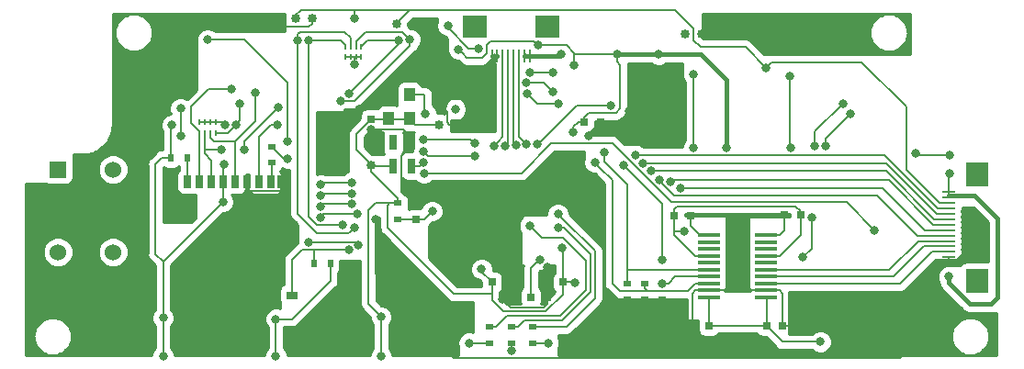
<source format=gbl>
G04 #@! TF.GenerationSoftware,KiCad,Pcbnew,(5.0.0)*
G04 #@! TF.CreationDate,2019-07-10T12:20:45+09:00*
G04 #@! TF.ProjectId,MainCircuit_v2_top,4D61696E436972637569745F76325F74,rev?*
G04 #@! TF.SameCoordinates,PX61d8d40PY6e87e60*
G04 #@! TF.FileFunction,Copper,L2,Bot,Signal*
G04 #@! TF.FilePolarity,Positive*
%FSLAX46Y46*%
G04 Gerber Fmt 4.6, Leading zero omitted, Abs format (unit mm)*
G04 Created by KiCad (PCBNEW (5.0.0)) date 07/10/19 12:20:45*
%MOMM*%
%LPD*%
G01*
G04 APERTURE LIST*
G04 #@! TA.AperFunction,ComponentPad*
%ADD10R,1.524000X1.524000*%
G04 #@! TD*
G04 #@! TA.AperFunction,ComponentPad*
%ADD11C,1.524000*%
G04 #@! TD*
G04 #@! TA.AperFunction,SMDPad,CuDef*
%ADD12R,0.800000X0.700000*%
G04 #@! TD*
G04 #@! TA.AperFunction,SMDPad,CuDef*
%ADD13R,0.700000X0.800000*%
G04 #@! TD*
G04 #@! TA.AperFunction,SMDPad,CuDef*
%ADD14R,1.250000X0.230000*%
G04 #@! TD*
G04 #@! TA.AperFunction,SMDPad,CuDef*
%ADD15R,2.000000X1.800000*%
G04 #@! TD*
G04 #@! TA.AperFunction,SMDPad,CuDef*
%ADD16R,2.000000X2.200000*%
G04 #@! TD*
G04 #@! TA.AperFunction,SMDPad,CuDef*
%ADD17R,0.800000X0.500000*%
G04 #@! TD*
G04 #@! TA.AperFunction,SMDPad,CuDef*
%ADD18R,0.500000X0.800000*%
G04 #@! TD*
G04 #@! TA.AperFunction,SMDPad,CuDef*
%ADD19R,0.250000X0.500000*%
G04 #@! TD*
G04 #@! TA.AperFunction,SMDPad,CuDef*
%ADD20R,1.000000X1.200000*%
G04 #@! TD*
G04 #@! TA.AperFunction,SMDPad,CuDef*
%ADD21R,0.650000X1.400000*%
G04 #@! TD*
G04 #@! TA.AperFunction,SMDPad,CuDef*
%ADD22R,0.700000X1.200000*%
G04 #@! TD*
G04 #@! TA.AperFunction,SMDPad,CuDef*
%ADD23R,1.000000X0.800000*%
G04 #@! TD*
G04 #@! TA.AperFunction,SMDPad,CuDef*
%ADD24R,1.000000X2.800000*%
G04 #@! TD*
G04 #@! TA.AperFunction,SMDPad,CuDef*
%ADD25R,1.300000X1.900000*%
G04 #@! TD*
G04 #@! TA.AperFunction,SMDPad,CuDef*
%ADD26R,2.000000X0.410000*%
G04 #@! TD*
G04 #@! TA.AperFunction,SMDPad,CuDef*
%ADD27R,0.230000X1.250000*%
G04 #@! TD*
G04 #@! TA.AperFunction,SMDPad,CuDef*
%ADD28R,1.800000X2.000000*%
G04 #@! TD*
G04 #@! TA.AperFunction,SMDPad,CuDef*
%ADD29R,2.200000X2.000000*%
G04 #@! TD*
G04 #@! TA.AperFunction,ViaPad*
%ADD30C,0.800000*%
G04 #@! TD*
G04 #@! TA.AperFunction,Conductor*
%ADD31C,0.210000*%
G04 #@! TD*
G04 #@! TA.AperFunction,Conductor*
%ADD32C,0.200000*%
G04 #@! TD*
G04 #@! TA.AperFunction,Conductor*
%ADD33C,0.400000*%
G04 #@! TD*
G04 #@! TA.AperFunction,Conductor*
%ADD34C,0.254000*%
G04 #@! TD*
G04 APERTURE END LIST*
D10*
G04 #@! TO.P,SW4,1*
G04 #@! TO.N,R_SW1*
X3700000Y17900000D03*
D11*
G04 #@! TO.P,SW4,C*
G04 #@! TO.N,GND*
X6240000Y17900000D03*
G04 #@! TO.P,SW4,8*
G04 #@! TO.N,R_SW8*
X8780000Y17900000D03*
G04 #@! TO.P,SW4,4*
G04 #@! TO.N,R_SW4*
X3700000Y10280000D03*
G04 #@! TO.P,SW4,C*
G04 #@! TO.N,GND*
X6240000Y10280000D03*
G04 #@! TO.P,SW4,2*
G04 #@! TO.N,R_SW2*
X8780000Y10280000D03*
G04 #@! TD*
D12*
G04 #@! TO.P,C1,1*
G04 #@! TO.N,+3V3*
X32600000Y22525000D03*
G04 #@! TO.P,C1,2*
G04 #@! TO.N,GND*
X32600000Y24025000D03*
G04 #@! TD*
G04 #@! TO.P,C3,1*
G04 #@! TO.N,+3V3*
X32600000Y18300000D03*
G04 #@! TO.P,C3,2*
G04 #@! TO.N,GND*
X32600000Y19800000D03*
G04 #@! TD*
G04 #@! TO.P,C4,1*
G04 #@! TO.N,GND*
X36700000Y14800000D03*
G04 #@! TO.P,C4,2*
G04 #@! TO.N,Net-(C4-Pad2)*
X36700000Y13300000D03*
G04 #@! TD*
D13*
G04 #@! TO.P,C6,1*
G04 #@! TO.N,GND*
X40350000Y22050000D03*
G04 #@! TO.P,C6,2*
G04 #@! TO.N,+3V3*
X38850000Y22050000D03*
G04 #@! TD*
G04 #@! TO.P,C7,1*
G04 #@! TO.N,+3V3*
X43700000Y7500000D03*
G04 #@! TO.P,C7,2*
G04 #@! TO.N,GND*
X42200000Y7500000D03*
G04 #@! TD*
G04 #@! TO.P,C8,1*
G04 #@! TO.N,Net-(C8-Pad1)*
X47300000Y6100000D03*
G04 #@! TO.P,C8,2*
G04 #@! TO.N,GND*
X48800000Y6100000D03*
G04 #@! TD*
G04 #@! TO.P,C9,1*
G04 #@! TO.N,+3V3*
X50275000Y7500000D03*
G04 #@! TO.P,C9,2*
G04 #@! TO.N,GND*
X48775000Y7500000D03*
G04 #@! TD*
G04 #@! TO.P,C10,1*
G04 #@! TO.N,+3V3*
X52225000Y22300000D03*
G04 #@! TO.P,C10,2*
G04 #@! TO.N,GND*
X53725000Y22300000D03*
G04 #@! TD*
G04 #@! TO.P,C18,1*
G04 #@! TO.N,+3V3*
X61525000Y30400000D03*
G04 #@! TO.P,C18,2*
G04 #@! TO.N,GND*
X63025000Y30400000D03*
G04 #@! TD*
G04 #@! TO.P,C19,2*
G04 #@! TO.N,GND*
X27125000Y31850000D03*
G04 #@! TO.P,C19,1*
G04 #@! TO.N,+5V*
X25625000Y31850000D03*
G04 #@! TD*
G04 #@! TO.P,C21,2*
G04 #@! TO.N,GND*
X36425000Y31350000D03*
G04 #@! TO.P,C21,1*
G04 #@! TO.N,+5V*
X34925000Y31350000D03*
G04 #@! TD*
D14*
G04 #@! TO.P,J1,14*
G04 #@! TO.N,+3V3*
X85800000Y15800000D03*
G04 #@! TO.P,J1,13*
X85800000Y15300000D03*
G04 #@! TO.P,J1,12*
G04 #@! TO.N,+5V*
X85800000Y14800000D03*
G04 #@! TO.P,J1,11*
G04 #@! TO.N,DIR_MAXON1*
X85800000Y14300000D03*
G04 #@! TO.P,J1,10*
G04 #@! TO.N,SR_MAXON1*
X85800000Y13800000D03*
G04 #@! TO.P,J1,9*
G04 #@! TO.N,PWM_MAXON1*
X85800000Y13300000D03*
G04 #@! TO.P,J1,8*
G04 #@! TO.N,DIR_MAXON2*
X85800000Y12800000D03*
G04 #@! TO.P,J1,7*
G04 #@! TO.N,SR_MAXON2*
X85800000Y12300000D03*
G04 #@! TO.P,J1,6*
G04 #@! TO.N,PWM_MAXON2*
X85800000Y11800000D03*
G04 #@! TO.P,J1,5*
G04 #@! TO.N,DIR_VCM_after*
X85800000Y11300000D03*
G04 #@! TO.P,J1,4*
G04 #@! TO.N,SR_VCM_after*
X85800000Y10800000D03*
G04 #@! TO.P,J1,3*
G04 #@! TO.N,PWM_VCM_after*
X85800000Y10300000D03*
G04 #@! TO.P,J1,2*
G04 #@! TO.N,GND*
X85800000Y9800000D03*
D15*
G04 #@! TO.P,J1,*
G04 #@! TO.N,*
X88475000Y7650000D03*
X88475000Y17450000D03*
D14*
G04 #@! TO.P,J1,1*
G04 #@! TO.N,GND*
X85800000Y9300000D03*
D16*
G04 #@! TO.P,J1,*
G04 #@! TO.N,*
X88475000Y17450000D03*
X88475000Y7650000D03*
G04 #@! TD*
D17*
G04 #@! TO.P,L1,2*
G04 #@! TO.N,+3V3*
X35000000Y14800000D03*
G04 #@! TO.P,L1,1*
G04 #@! TO.N,Net-(C4-Pad2)*
X35000000Y13300000D03*
G04 #@! TD*
D18*
G04 #@! TO.P,R6,2*
G04 #@! TO.N,Net-(R6-Pad2)*
X40350000Y23450000D03*
G04 #@! TO.P,R6,1*
G04 #@! TO.N,GND*
X38850000Y23450000D03*
G04 #@! TD*
D17*
G04 #@! TO.P,R19,2*
G04 #@! TO.N,Net-(R19-Pad2)*
X23400000Y18500000D03*
G04 #@! TO.P,R19,1*
G04 #@! TO.N,+3V3*
X23400000Y20000000D03*
G04 #@! TD*
D18*
G04 #@! TO.P,R20,2*
G04 #@! TO.N,INSERT_SD*
X27300000Y9200000D03*
G04 #@! TO.P,R20,1*
G04 #@! TO.N,+3V3*
X28800000Y9200000D03*
G04 #@! TD*
G04 #@! TO.P,R21,2*
G04 #@! TO.N,Net-(R21-Pad2)*
X15600000Y19000000D03*
G04 #@! TO.P,R21,1*
G04 #@! TO.N,+3V3*
X14100000Y19000000D03*
G04 #@! TD*
D17*
G04 #@! TO.P,R22,2*
G04 #@! TO.N,LED_R*
X47500000Y3400000D03*
G04 #@! TO.P,R22,1*
G04 #@! TO.N,Net-(LED1-Pad2)*
X47500000Y1900000D03*
G04 #@! TD*
G04 #@! TO.P,R23,2*
G04 #@! TO.N,LED_G*
X45500000Y3400000D03*
G04 #@! TO.P,R23,1*
G04 #@! TO.N,Net-(LED1-Pad4)*
X45500000Y1900000D03*
G04 #@! TD*
G04 #@! TO.P,R24,2*
G04 #@! TO.N,LED_B*
X43500000Y3400000D03*
G04 #@! TO.P,R24,1*
G04 #@! TO.N,Net-(LED1-Pad3)*
X43500000Y1900000D03*
G04 #@! TD*
D19*
G04 #@! TO.P,RN2,2*
G04 #@! TO.N,ENCORDER_1A*
X30670000Y29240000D03*
G04 #@! TO.P,RN2,3*
G04 #@! TO.N,ENCORDER_2B*
X31170000Y29240000D03*
G04 #@! TO.P,RN2,6*
G04 #@! TO.N,+5V*
X31170000Y28240000D03*
G04 #@! TO.P,RN2,7*
X30670000Y28240000D03*
G04 #@! TO.P,RN2,5*
X31670000Y28240000D03*
G04 #@! TO.P,RN2,1*
G04 #@! TO.N,ENCORDER_1B*
X30170000Y29240000D03*
G04 #@! TO.P,RN2,8*
G04 #@! TO.N,+5V*
X30170000Y28240000D03*
G04 #@! TO.P,RN2,4*
G04 #@! TO.N,ENCORDER_2A*
X31670000Y29240000D03*
G04 #@! TD*
D20*
G04 #@! TO.P,Y1,4*
G04 #@! TO.N,+3V3*
X36100000Y22600000D03*
G04 #@! TO.P,Y1,3*
G04 #@! TO.N,RTC_IN*
X36100000Y24800000D03*
G04 #@! TO.P,Y1,2*
G04 #@! TO.N,GND*
X34200000Y24800000D03*
G04 #@! TO.P,Y1,1*
G04 #@! TO.N,+3V3*
X34200000Y22600000D03*
G04 #@! TD*
D21*
G04 #@! TO.P,Y2,1*
G04 #@! TO.N,Net-(Y2-Pad1)*
X34600000Y20425000D03*
G04 #@! TO.P,Y2,2*
G04 #@! TO.N,GND*
X36250000Y20425000D03*
G04 #@! TO.P,Y2,4*
G04 #@! TO.N,+3V3*
X34600000Y18220000D03*
G04 #@! TO.P,Y2,3*
G04 #@! TO.N,OSC_IN*
X36250000Y18220000D03*
G04 #@! TD*
D19*
G04 #@! TO.P,RN3,4*
G04 #@! TO.N,CS_SD*
X16730000Y21290000D03*
G04 #@! TO.P,RN3,8*
G04 #@! TO.N,+3V3*
X18230000Y22290000D03*
G04 #@! TO.P,RN3,1*
G04 #@! TO.N,MISO_SD*
X18230000Y21290000D03*
G04 #@! TO.P,RN3,5*
G04 #@! TO.N,+3V3*
X16730000Y22290000D03*
G04 #@! TO.P,RN3,7*
X17730000Y22290000D03*
G04 #@! TO.P,RN3,6*
X17230000Y22290000D03*
G04 #@! TO.P,RN3,3*
G04 #@! TO.N,MOSI_SD*
X17230000Y21290000D03*
G04 #@! TO.P,RN3,2*
G04 #@! TO.N,SCK_SD*
X17730000Y21290000D03*
G04 #@! TD*
D20*
G04 #@! TO.P,U3,11*
G04 #@! TO.N,GND*
X14100000Y16800000D03*
D22*
G04 #@! TO.P,U3,8*
G04 #@! TO.N,Net-(R19-Pad2)*
X23350000Y16800000D03*
G04 #@! TO.P,U3,2*
G04 #@! TO.N,CS_SD*
X16750000Y16800000D03*
G04 #@! TO.P,U3,3*
G04 #@! TO.N,MOSI_SD*
X17850000Y16800000D03*
G04 #@! TO.P,U3,4*
G04 #@! TO.N,+3V3*
X18950000Y16800000D03*
G04 #@! TO.P,U3,5*
G04 #@! TO.N,SCK_SD*
X20050000Y16800000D03*
G04 #@! TO.P,U3,6*
G04 #@! TO.N,GND*
X21150000Y16800000D03*
G04 #@! TO.P,U3,7*
G04 #@! TO.N,MISO_SD*
X22250000Y16800000D03*
G04 #@! TO.P,U3,1*
G04 #@! TO.N,Net-(R21-Pad2)*
X15650000Y16800000D03*
G04 #@! TO.P,U3,9*
G04 #@! TO.N,GND*
X24300000Y16800000D03*
D23*
G04 #@! TO.P,U3,10*
G04 #@! TO.N,INSERT_SD*
X25250000Y6300000D03*
D20*
G04 #@! TO.P,U3,11*
G04 #@! TO.N,GND*
X25250000Y12500000D03*
D24*
X25250000Y2150000D03*
D25*
X11750000Y1700000D03*
G04 #@! TD*
D13*
G04 #@! TO.P,C24,1*
G04 #@! TO.N,+3V3*
X60500000Y13600000D03*
G04 #@! TO.P,C24,2*
G04 #@! TO.N,GND*
X62000000Y13600000D03*
G04 #@! TD*
G04 #@! TO.P,C25,2*
G04 #@! TO.N,GND*
X62200000Y3500000D03*
G04 #@! TO.P,C25,1*
G04 #@! TO.N,+3V3*
X63700000Y3500000D03*
G04 #@! TD*
G04 #@! TO.P,C26,2*
G04 #@! TO.N,GND*
X70675000Y13700000D03*
G04 #@! TO.P,C26,1*
G04 #@! TO.N,+3V3*
X72175000Y13700000D03*
G04 #@! TD*
G04 #@! TO.P,C27,1*
G04 #@! TO.N,+3V3*
X69025000Y3500000D03*
G04 #@! TO.P,C27,2*
G04 #@! TO.N,GND*
X70525000Y3500000D03*
G04 #@! TD*
D26*
G04 #@! TO.P,U4,20*
G04 #@! TO.N,+3V3*
X69000000Y6095000D03*
G04 #@! TO.P,U4,1*
X63691400Y6095000D03*
G04 #@! TO.P,U4,6*
G04 #@! TO.N,Net-(U4-Pad6)*
X63691400Y9270000D03*
G04 #@! TO.P,U4,12*
G04 #@! TO.N,Net-(U4-Pad12)*
X69000000Y11175000D03*
G04 #@! TO.P,U4,16*
G04 #@! TO.N,DIR_VCM_after*
X69000000Y8635000D03*
G04 #@! TO.P,U4,5*
G04 #@! TO.N,DIR_VCM_before*
X63691400Y8635000D03*
G04 #@! TO.P,U4,19*
G04 #@! TO.N,GND*
X69000000Y6730000D03*
G04 #@! TO.P,U4,14*
G04 #@! TO.N,+3V3*
X69000000Y9905000D03*
G04 #@! TO.P,U4,15*
G04 #@! TO.N,Net-(U4-Pad15)*
X69000000Y9270000D03*
G04 #@! TO.P,U4,4*
G04 #@! TO.N,SR_VCM_before*
X63691400Y8000000D03*
G04 #@! TO.P,U4,3*
G04 #@! TO.N,PWM_VCM_before*
X63691400Y7365000D03*
G04 #@! TO.P,U4,18*
G04 #@! TO.N,PWM_VCM_after*
X69000000Y7365000D03*
G04 #@! TO.P,U4,11*
G04 #@! TO.N,GND*
X69000000Y11810000D03*
G04 #@! TO.P,U4,7*
G04 #@! TO.N,+3V3*
X63691400Y9905000D03*
G04 #@! TO.P,U4,17*
G04 #@! TO.N,SR_VCM_after*
X69000000Y8000000D03*
G04 #@! TO.P,U4,2*
G04 #@! TO.N,GND*
X63691400Y6730000D03*
G04 #@! TO.P,U4,13*
G04 #@! TO.N,Net-(U4-Pad13)*
X69000000Y10540000D03*
G04 #@! TO.P,U4,10*
G04 #@! TO.N,GND*
X63691400Y11810000D03*
G04 #@! TO.P,U4,8*
G04 #@! TO.N,Net-(U4-Pad8)*
X63691400Y10540000D03*
G04 #@! TO.P,U4,9*
G04 #@! TO.N,Net-(U4-Pad9)*
X63691400Y11175000D03*
G04 #@! TD*
D17*
G04 #@! TO.P,R27,1*
G04 #@! TO.N,DIR_VCM_before*
X56200000Y7400000D03*
G04 #@! TO.P,R27,2*
G04 #@! TO.N,GND*
X56200000Y5900000D03*
G04 #@! TD*
G04 #@! TO.P,R28,2*
G04 #@! TO.N,GND*
X59400000Y5900000D03*
G04 #@! TO.P,R28,1*
G04 #@! TO.N,SR_VCM_before*
X59400000Y7400000D03*
G04 #@! TD*
G04 #@! TO.P,R29,1*
G04 #@! TO.N,PWM_VCM_before*
X57800000Y7400000D03*
G04 #@! TO.P,R29,2*
G04 #@! TO.N,GND*
X57800000Y5900000D03*
G04 #@! TD*
D27*
G04 #@! TO.P,J11,7*
G04 #@! TO.N,GND*
X44200000Y28400000D03*
G04 #@! TO.P,J11,8*
X43700000Y28400000D03*
G04 #@! TO.P,J11,5*
G04 #@! TO.N,LINE_SENSOR3*
X45200000Y28400000D03*
D28*
G04 #@! TO.P,J11,*
G04 #@! TO.N,*
X48850000Y31075000D03*
D27*
G04 #@! TO.P,J11,4*
G04 #@! TO.N,LINE_SENSOR2*
X45700000Y28400000D03*
G04 #@! TO.P,J11,3*
G04 #@! TO.N,LINE_SENSOR1*
X46200000Y28400000D03*
G04 #@! TO.P,J11,1*
G04 #@! TO.N,Net-(J11-Pad1)*
X47200000Y28400000D03*
G04 #@! TO.P,J11,6*
G04 #@! TO.N,LINE_SENSOR4*
X44700000Y28400000D03*
D29*
G04 #@! TO.P,J11,*
G04 #@! TO.N,*
X42100000Y31075000D03*
X48850000Y31075000D03*
D27*
G04 #@! TO.P,J11,2*
G04 #@! TO.N,Net-(J11-Pad1)*
X46700000Y28400000D03*
G04 #@! TD*
D30*
G04 #@! TO.N,GND*
X48815628Y8885267D03*
X83400000Y2600000D03*
X88100000Y12700000D03*
X85900000Y19200000D03*
X82772725Y19367715D03*
X44700000Y5900000D03*
X63075009Y30400009D03*
X38600000Y28750000D03*
X40350000Y22050000D03*
X56350000Y23250000D03*
X32600000Y21550000D03*
X42200000Y7500000D03*
X36700004Y14544990D03*
X31500000Y23474970D03*
X36425000Y31350000D03*
X27125000Y31850000D03*
X39700000Y1600000D03*
X30100000Y20500000D03*
X17800000Y1600000D03*
X17800000Y4225000D03*
X28300000Y4100000D03*
X28300000Y1600000D03*
X37900000Y4300000D03*
X37900000Y1600000D03*
X11750000Y1700000D03*
X25300000Y1600000D03*
X20425000Y14900000D03*
X14100000Y16800000D03*
X10200000Y24900000D03*
X52600000Y21005010D03*
X33005010Y13250064D03*
X17300000Y10300000D03*
X35100000Y7300000D03*
X77900000Y2600000D03*
X13300000Y27900000D03*
X60800000Y23700000D03*
X77300000Y29600000D03*
G04 #@! TO.N,+3V3*
X85800000Y8000000D03*
X85900000Y17500000D03*
X61525000Y30400000D03*
X50194990Y10700000D03*
X51200000Y21300000D03*
X55230000Y28500000D03*
X51394990Y7429215D03*
X38850000Y22050000D03*
X47949990Y29350000D03*
X42750000Y8699998D03*
X51300000Y27500000D03*
X32600000Y18294990D03*
X33500000Y4300000D03*
X33500000Y700000D03*
X23800000Y700000D03*
X23800000Y4100000D03*
X13400000Y700000D03*
X13400000Y4200000D03*
X18925000Y14900000D03*
X19000000Y18400000D03*
X24900000Y18900000D03*
X14200000Y22000000D03*
X19100000Y22000000D03*
X59100000Y28500000D03*
X65300000Y19905010D03*
X61400000Y12200000D03*
X40615160Y28994876D03*
X74000000Y2000000D03*
G04 #@! TO.N,NRST*
X79000000Y12300002D03*
X37450004Y17550000D03*
G04 #@! TO.N,Net-(C4-Pad2)*
X38200004Y14044990D03*
G04 #@! TO.N,SW1*
X26800000Y11200000D03*
X31394955Y10951675D03*
G04 #@! TO.N,DIR_MAXON1*
X56990949Y19209908D03*
G04 #@! TO.N,SR_MAXON1*
X57665662Y18471812D03*
G04 #@! TO.N,PWM_MAXON1*
X58393060Y17744414D03*
G04 #@! TO.N,PWM_MAXON2*
X59171242Y16966232D03*
G04 #@! TO.N,SR_MAXON2*
X61100000Y16200000D03*
G04 #@! TO.N,DIR_MAXON2*
X60200000Y16800000D03*
G04 #@! TO.N,Net-(LED1-Pad3)*
X41600000Y1900000D03*
G04 #@! TO.N,Net-(LED1-Pad4)*
X45500000Y1205010D03*
G04 #@! TO.N,Net-(LED1-Pad2)*
X48900000Y1900000D03*
G04 #@! TO.N,INSERT_SD*
X30500000Y10494990D03*
G04 #@! TO.N,LED_R*
X49800000Y13794990D03*
G04 #@! TO.N,LED_G*
X49800000Y12500000D03*
G04 #@! TO.N,LED_B*
X47200000Y12700000D03*
G04 #@! TO.N,SENSOR_PULS_PWM*
X54700000Y23805010D03*
X47903099Y20199995D03*
G04 #@! TO.N,SCL_LCD*
X37400133Y19550016D03*
X42150004Y19150000D03*
X15000000Y21000000D03*
X15000000Y23500000D03*
G04 #@! TO.N,SDA_LCD*
X37350000Y20650000D03*
X42100000Y20300000D03*
G04 #@! TO.N,CS_IMU*
X49800000Y24000000D03*
X46982183Y24894695D03*
G04 #@! TO.N,MOSI_IMU*
X47222228Y26875007D03*
X49350010Y26800000D03*
G04 #@! TO.N,ENCORDER_2A*
X30554569Y24905010D03*
X35100000Y29800000D03*
G04 #@! TO.N,ENCORDER_1B*
X26800000Y29800000D03*
X29900000Y12794990D03*
G04 #@! TO.N,ENCORDER_2B*
X29800000Y24200000D03*
X36150000Y29900000D03*
G04 #@! TO.N,ENCORDER_1A*
X25800000Y29800000D03*
X31000000Y12545054D03*
G04 #@! TO.N,LINE_SENSOR1*
X46903089Y20201749D03*
G04 #@! TO.N,LINE_SENSOR2*
X45904219Y20153978D03*
G04 #@! TO.N,LINE_SENSOR3*
X44906005Y20094037D03*
G04 #@! TO.N,LINE_SENSOR4*
X43902738Y20087806D03*
G04 #@! TO.N,LINE_SENSOR5*
X71194990Y26502476D03*
X71300000Y19905010D03*
X72400000Y9800000D03*
X73200000Y13499998D03*
G04 #@! TO.N,LINE_SENSOR6*
X24884979Y20500000D03*
X17500000Y29894990D03*
G04 #@! TO.N,R_SW2*
X30800000Y14700000D03*
X27893277Y14495720D03*
G04 #@! TO.N,R_SW4*
X31300000Y13800000D03*
X27900028Y13495731D03*
G04 #@! TO.N,R_SW8*
X30800000Y15700000D03*
X27916076Y15495472D03*
G04 #@! TO.N,R_SW1*
X30800000Y16700000D03*
X27884659Y16494990D03*
G04 #@! TO.N,RTC_IN*
X37600000Y23050004D03*
G04 #@! TO.N,OSC_IN*
X37397438Y18550008D03*
G04 #@! TO.N,POT*
X62300000Y26700000D03*
X62300000Y19905010D03*
G04 #@! TO.N,TX*
X76800000Y23000008D03*
X74500000Y20094990D03*
G04 #@! TO.N,RX*
X76100000Y24000000D03*
X73480449Y20094990D03*
G04 #@! TO.N,CS_SD*
X19700000Y25300000D03*
G04 #@! TO.N,SCK_SD*
X21900000Y25000000D03*
G04 #@! TO.N,MISO_SD*
X20500000Y24000000D03*
X20100000Y22000000D03*
X23900000Y22000000D03*
G04 #@! TO.N,MOSI_SD*
X20900000Y19700000D03*
X18800000Y19700000D03*
X24000000Y23600000D03*
G04 #@! TO.N,SCK_IMU*
X46900000Y25900000D03*
X49350010Y25026570D03*
G04 #@! TO.N,Net-(C8-Pad1)*
X48106585Y9590450D03*
G04 #@! TO.N,Net-(C11-Pad1)*
X39650000Y31150000D03*
X42494990Y29075000D03*
G04 #@! TO.N,Net-(R6-Pad2)*
X40350000Y23450000D03*
G04 #@! TO.N,+5V*
X69000000Y27299994D03*
X34925000Y31350000D03*
X25625000Y31850000D03*
X31000000Y31800000D03*
X31000000Y27600000D03*
G04 #@! TO.N,DIR_VCM_before*
X54100000Y19500000D03*
G04 #@! TO.N,PWM_VCM_before*
X53199133Y18534462D03*
G04 #@! TO.N,SR_VCM_before*
X59400000Y9600000D03*
X59400000Y7400000D03*
X55848518Y18248518D03*
G04 #@! TO.N,Net-(J11-Pad1)*
X50100000Y28500000D03*
G04 #@! TD*
D31*
G04 #@! TO.N,GND*
X48800000Y7475000D02*
X48775000Y7500000D01*
X48800000Y6100000D02*
X48800000Y7475000D01*
X48775000Y8844639D02*
X48815628Y8885267D01*
X48775000Y7500000D02*
X48775000Y8844639D01*
X85800000Y9800000D02*
X85800000Y9300000D01*
X83400000Y7410000D02*
X83400000Y2600000D01*
X85800000Y9300000D02*
X85290000Y9300000D01*
X85290000Y9300000D02*
X83400000Y7410000D01*
X88100000Y11090000D02*
X88100000Y12700000D01*
X85800000Y9300000D02*
X86310000Y9300000D01*
X86310000Y9300000D02*
X88100000Y11090000D01*
X85900000Y19200000D02*
X82940440Y19200000D01*
X82940440Y19200000D02*
X82772725Y19367715D01*
X48800000Y5490000D02*
X48510000Y5200000D01*
X48800000Y6100000D02*
X48800000Y5490000D01*
X48510000Y5200000D02*
X45400000Y5200000D01*
X45400000Y5200000D02*
X44700000Y5900000D01*
X34200000Y25610000D02*
X34200000Y24800000D01*
X34690000Y26100000D02*
X34200000Y25610000D01*
X38610000Y26100000D02*
X34690000Y26100000D01*
D32*
X38610000Y26100000D02*
X38610000Y28740000D01*
X38610000Y28740000D02*
X38600000Y28750000D01*
X40200000Y24700000D02*
X38610000Y24700000D01*
D31*
X38610000Y24700000D02*
X38610000Y26100000D01*
X39790000Y22050000D02*
X40350000Y22050000D01*
X39600000Y22240000D02*
X39790000Y22050000D01*
X39600000Y23160000D02*
X39600000Y22240000D01*
X39310000Y23450000D02*
X39600000Y23160000D01*
X38850000Y23450000D02*
X39310000Y23450000D01*
X55400000Y22300000D02*
X53725000Y22300000D01*
X56350000Y23250000D02*
X55400000Y22300000D01*
X36250000Y20425000D02*
X36250000Y20800000D01*
X35500000Y21550000D02*
X33165685Y21550000D01*
X33165685Y21550000D02*
X32600000Y21550000D01*
X36250000Y20800000D02*
X35500000Y21550000D01*
X32600000Y19800000D02*
X32600000Y21550000D01*
X36250000Y20425000D02*
X36250000Y20050000D01*
X36250000Y20050000D02*
X35400000Y19200000D01*
X36700000Y14544994D02*
X36700004Y14544990D01*
X36700000Y14800000D02*
X36700000Y14544994D01*
X36300005Y14944989D02*
X36700004Y14544990D01*
X35400000Y15844994D02*
X36300005Y14944989D01*
X35400000Y19200000D02*
X35400000Y15844994D01*
X38850000Y23450000D02*
X38850000Y24460000D01*
X38850000Y24460000D02*
X38610000Y24700000D01*
X34200000Y24800000D02*
X32750000Y24800000D01*
X32600000Y24650000D02*
X32600000Y24025000D01*
X32750000Y24800000D02*
X32600000Y24650000D01*
X31500000Y23535000D02*
X31500000Y23474970D01*
X32600000Y24025000D02*
X31990000Y24025000D01*
X31990000Y24025000D02*
X31500000Y23535000D01*
X38600000Y29315685D02*
X38600000Y28750000D01*
X38600000Y29735000D02*
X38600000Y29315685D01*
X36985000Y31350000D02*
X38600000Y29735000D01*
X36425000Y31350000D02*
X36985000Y31350000D01*
X30100000Y23474970D02*
X30100000Y20500000D01*
X31500000Y23474970D02*
X30100000Y23474970D01*
X17800000Y1600000D02*
X17800000Y4225000D01*
X28300000Y4100000D02*
X28300000Y1600000D01*
X37900000Y4300000D02*
X37900000Y1600000D01*
X39700000Y1000000D02*
X39700000Y1600000D01*
X40200000Y500000D02*
X39700000Y1000000D01*
X83400000Y2600000D02*
X81300000Y500000D01*
X11750000Y4770000D02*
X6240000Y10280000D01*
X11750000Y1700000D02*
X11750000Y4770000D01*
X25250000Y1650000D02*
X25300000Y1600000D01*
X25250000Y2150000D02*
X25250000Y1650000D01*
X24540000Y12500000D02*
X25250000Y12500000D01*
X24300000Y12740000D02*
X24540000Y12500000D01*
X21150000Y15625000D02*
X20425000Y14900000D01*
X24294999Y15894999D02*
X24300000Y15900000D01*
X21255001Y15894999D02*
X24294999Y15894999D01*
X21150000Y16000000D02*
X21255001Y15894999D01*
X21150000Y16000000D02*
X21150000Y15625000D01*
X21150000Y16800000D02*
X21150000Y16000000D01*
X24300000Y16800000D02*
X24300000Y15900000D01*
X24300000Y15900000D02*
X24300000Y12740000D01*
X20425000Y14290000D02*
X20425000Y14900000D01*
X20425000Y6800000D02*
X20425000Y14290000D01*
X17850000Y4225000D02*
X20425000Y6800000D01*
X17800000Y4225000D02*
X17850000Y4225000D01*
X6240000Y17900000D02*
X10200000Y21860000D01*
X10200000Y21860000D02*
X10200000Y24900000D01*
X10200000Y26200000D02*
X10200000Y24900000D01*
X15050000Y31050000D02*
X10200000Y26200000D01*
X26825000Y31050000D02*
X15050000Y31050000D01*
X27125000Y31850000D02*
X27125000Y31350000D01*
X27125000Y31350000D02*
X26825000Y31050000D01*
X53725000Y22300000D02*
X53725000Y22250000D01*
X53725000Y22250000D02*
X52600000Y21125000D01*
X52600000Y21125000D02*
X52600000Y21005010D01*
X56200000Y5900000D02*
X59400000Y5900000D01*
X70575000Y13600000D02*
X70675000Y13700000D01*
X70675000Y13090000D02*
X70675000Y13700000D01*
X70675000Y12275000D02*
X70675000Y13090000D01*
X70210000Y11810000D02*
X70675000Y12275000D01*
X69000000Y11810000D02*
X70210000Y11810000D01*
X62000000Y12990000D02*
X62000000Y13600000D01*
X62000000Y12706400D02*
X62000000Y12990000D01*
X62896400Y11810000D02*
X62000000Y12706400D01*
X63691400Y11810000D02*
X62896400Y11810000D01*
X62481400Y6730000D02*
X63691400Y6730000D01*
X62200000Y6448600D02*
X62481400Y6730000D01*
X62200000Y3500000D02*
X62200000Y5800000D01*
X62200000Y5800000D02*
X62200000Y6448600D01*
X57800000Y5440000D02*
X57800000Y500000D01*
X57800000Y5900000D02*
X57800000Y5440000D01*
X57800000Y500000D02*
X40200000Y500000D01*
X66500000Y6830000D02*
X66400000Y6730000D01*
X66500000Y11810000D02*
X66500000Y6830000D01*
X66400000Y6730000D02*
X63691400Y6730000D01*
D33*
X43700000Y28400000D02*
X44184999Y28400000D01*
D31*
X39700000Y1600000D02*
X33005010Y8294990D01*
X33005010Y8294990D02*
X33005010Y12684379D01*
X33005010Y12684379D02*
X33005010Y13250064D01*
X41500000Y24700000D02*
X40200000Y24700000D01*
X43700000Y26900000D02*
X41500000Y24700000D01*
X44200000Y28500000D02*
X43700000Y28000000D01*
X43700000Y28000000D02*
X43700000Y26900000D01*
X62200000Y3500000D02*
X62200000Y500000D01*
X62200000Y500000D02*
X57800000Y500000D01*
X66500000Y11810000D02*
X66500000Y13600000D01*
X62000000Y13600000D02*
X66500000Y13600000D01*
X66500000Y13600000D02*
X70575000Y13600000D01*
X75800000Y1900000D02*
X75800000Y500000D01*
X74200000Y3500000D02*
X75800000Y1900000D01*
X70525000Y3500000D02*
X74200000Y3500000D01*
X81300000Y500000D02*
X75800000Y500000D01*
X75800000Y500000D02*
X62200000Y500000D01*
X69000000Y6730000D02*
X67790000Y6730000D01*
X67790000Y6730000D02*
X66400000Y6730000D01*
X70210000Y6730000D02*
X69000000Y6730000D01*
X70525000Y6415000D02*
X70210000Y6730000D01*
X70525000Y3500000D02*
X70525000Y6415000D01*
G04 #@! TO.N,+3V3*
X36025000Y22525000D02*
X36100000Y22600000D01*
X32600000Y22525000D02*
X36025000Y22525000D01*
X85800000Y17400000D02*
X85800000Y15800000D01*
X85900000Y17500000D02*
X85800000Y17400000D01*
X43700000Y7500000D02*
X43700000Y6400000D01*
X50275000Y10619990D02*
X50194990Y10700000D01*
X50275000Y7500000D02*
X50275000Y10619990D01*
X51200000Y21800000D02*
X51200000Y21300000D01*
X52225000Y22300000D02*
X51700000Y22300000D01*
X51700000Y22300000D02*
X51200000Y21800000D01*
D33*
X88200000Y15500000D02*
X85800000Y15500000D01*
X90300000Y13400000D02*
X88200000Y15500000D01*
X90300000Y6100000D02*
X90300000Y13400000D01*
D31*
X85800000Y15500000D02*
X85800000Y15300000D01*
X85800000Y15800000D02*
X85800000Y15500000D01*
D33*
X85800000Y8000000D02*
X85800000Y7434315D01*
X85800000Y7434315D02*
X87734315Y5500000D01*
X87734315Y5500000D02*
X89700000Y5500000D01*
X89700000Y5500000D02*
X90300000Y6100000D01*
D31*
X51324205Y7500000D02*
X51394990Y7429215D01*
X50275000Y7500000D02*
X51324205Y7500000D01*
X48679832Y4789989D02*
X50275000Y6385157D01*
X50275000Y6385157D02*
X50275000Y6890000D01*
X44766607Y4789989D02*
X48679832Y4789989D01*
X43700000Y5856596D02*
X44766607Y4789989D01*
X50275000Y6890000D02*
X50275000Y7500000D01*
X43700000Y6400000D02*
X43700000Y5856596D01*
X40200000Y6400000D02*
X34100000Y12500000D01*
X43700000Y6400000D02*
X40200000Y6400000D01*
X34100000Y12500000D02*
X34100000Y14600000D01*
X34100000Y14600000D02*
X34300000Y14800000D01*
X34300000Y14800000D02*
X35000000Y14800000D01*
X39200000Y22000004D02*
X39200004Y22000000D01*
X39200000Y22050000D02*
X39200000Y22000004D01*
X36650000Y22050000D02*
X36100000Y22600000D01*
X38850000Y22050000D02*
X36650000Y22050000D01*
X43700000Y7550000D02*
X42750000Y8500000D01*
X43700000Y7500000D02*
X43700000Y7550000D01*
X42750000Y8500000D02*
X42750000Y8699998D01*
X55230000Y28500000D02*
X52300000Y28500000D01*
X51300000Y27500000D02*
X51300000Y28065685D01*
X52300000Y28500000D02*
X51300000Y28500000D01*
X51300000Y28065685D02*
X51300000Y28500000D01*
X50600000Y29350000D02*
X47949990Y29350000D01*
X51300000Y28500000D02*
X51300000Y28650000D01*
X51300000Y28650000D02*
X50600000Y29350000D01*
X52225000Y22725000D02*
X52225000Y22300000D01*
X55230000Y27840000D02*
X55550000Y27520000D01*
X55230000Y28500000D02*
X55230000Y27840000D01*
X55550000Y27520000D02*
X55550000Y23500000D01*
X55150000Y23100000D02*
X52600000Y23100000D01*
X55550000Y23500000D02*
X55150000Y23100000D01*
X52600000Y23100000D02*
X52225000Y22725000D01*
X35000000Y14800000D02*
X35000000Y15260000D01*
X34600000Y18220000D02*
X32674990Y18220000D01*
X35000000Y15260000D02*
X32600000Y17660000D01*
X32600000Y17729305D02*
X32600000Y18294990D01*
X31200000Y21175000D02*
X31200000Y19694990D01*
X32600000Y22525000D02*
X32550000Y22525000D01*
X32200001Y18694989D02*
X32600000Y18294990D01*
X32550000Y22525000D02*
X31200000Y21175000D01*
X32674990Y18220000D02*
X32600000Y18294990D01*
X31200000Y19694990D02*
X32200001Y18694989D01*
X32600000Y17660000D02*
X32600000Y17729305D01*
X35000000Y14800000D02*
X33000000Y14800000D01*
X33000000Y14800000D02*
X32300000Y14100000D01*
X32300000Y14100000D02*
X32300000Y5500000D01*
X32300000Y5500000D02*
X33500000Y4300000D01*
X33500000Y4300000D02*
X33500000Y700000D01*
X23800000Y700000D02*
X23800000Y4100000D01*
X13400000Y700000D02*
X13400000Y4200000D01*
X28800000Y8590000D02*
X28800000Y9200000D01*
X28800000Y7600000D02*
X28800000Y8590000D01*
X23800000Y4100000D02*
X25300000Y4100000D01*
X25300000Y4100000D02*
X28800000Y7600000D01*
X13400000Y4200000D02*
X13400000Y9375000D01*
X13400000Y9375000D02*
X18925000Y14900000D01*
X18925000Y16775000D02*
X18950000Y16800000D01*
X18925000Y14900000D02*
X18925000Y16775000D01*
X12700000Y10075000D02*
X13400000Y9375000D01*
X12700000Y18400000D02*
X12700000Y10075000D01*
X14100000Y19000000D02*
X13300000Y19000000D01*
X13300000Y19000000D02*
X12700000Y18400000D01*
X18950000Y16800000D02*
X18950000Y18350000D01*
X18950000Y18350000D02*
X19000000Y18400000D01*
X24500000Y18900000D02*
X23400000Y20000000D01*
X24900000Y18900000D02*
X24500000Y18900000D01*
X14100000Y21900000D02*
X14200000Y22000000D01*
X14100000Y19000000D02*
X14100000Y21900000D01*
X18810000Y22290000D02*
X19100000Y22000000D01*
X16730000Y22290000D02*
X18810000Y22290000D01*
D33*
X59100000Y28500000D02*
X55230000Y28500000D01*
X65300000Y26200000D02*
X65300000Y20470695D01*
X65300000Y20470695D02*
X65300000Y19905010D01*
X63000000Y28500000D02*
X65300000Y26200000D01*
X59100000Y28500000D02*
X63000000Y28500000D01*
D31*
X62481400Y9905000D02*
X63691400Y9905000D01*
X60500000Y11886400D02*
X62481400Y9905000D01*
X70210000Y9905000D02*
X69000000Y9905000D01*
X72175000Y11870000D02*
X70210000Y9905000D01*
X72175000Y13700000D02*
X72175000Y11870000D01*
X72175000Y14025000D02*
X72175000Y13700000D01*
X71700000Y14500000D02*
X72175000Y14025000D01*
X60790000Y14500000D02*
X71700000Y14500000D01*
X60500000Y13600000D02*
X60500000Y14210000D01*
X60500000Y14210000D02*
X60790000Y14500000D01*
X69025000Y6070000D02*
X69000000Y6095000D01*
X69025000Y3500000D02*
X69025000Y6070000D01*
X63700000Y6086400D02*
X63691400Y6095000D01*
X63700000Y3500000D02*
X63700000Y6086400D01*
X63700000Y3500000D02*
X69025000Y3500000D01*
X61400000Y12200000D02*
X60500000Y12200000D01*
X60500000Y13600000D02*
X60500000Y12200000D01*
X60500000Y12200000D02*
X60500000Y11886400D01*
X47549991Y29749999D02*
X43549999Y29749999D01*
X47949990Y29350000D02*
X47549991Y29749999D01*
X41410036Y28200000D02*
X41015159Y28594877D01*
X41015159Y28594877D02*
X40615160Y28994876D01*
X43200000Y28614193D02*
X42785807Y28200000D01*
X42785807Y28200000D02*
X41410036Y28200000D01*
X43200000Y29400000D02*
X43200000Y28614193D01*
X43549999Y29749999D02*
X43200000Y29400000D01*
X69025000Y3500000D02*
X69025000Y3450000D01*
X73434315Y2000000D02*
X74000000Y2000000D01*
X70475000Y2000000D02*
X73434315Y2000000D01*
X69025000Y3450000D02*
X70475000Y2000000D01*
G04 #@! TO.N,NRST*
X79000000Y12300002D02*
X76389991Y14910011D01*
X49200000Y20300000D02*
X46450000Y17550000D01*
X46450000Y17550000D02*
X38015689Y17550000D01*
X54840438Y20300000D02*
X49200000Y20300000D01*
X60230427Y14910011D02*
X54840438Y20300000D01*
X76389991Y14910011D02*
X60230427Y14910011D01*
X38015689Y17550000D02*
X37450004Y17550000D01*
G04 #@! TO.N,Net-(C4-Pad2)*
X36700000Y13300000D02*
X35000000Y13300000D01*
X36700000Y13300000D02*
X37455014Y13300000D01*
X37455014Y13300000D02*
X37800005Y13644991D01*
X37800005Y13644991D02*
X38200004Y14044990D01*
G04 #@! TO.N,SW1*
X26800000Y11200000D02*
X31146630Y11200000D01*
X31146630Y11200000D02*
X31394955Y10951675D01*
G04 #@! TO.N,DIR_MAXON1*
X79920153Y19200006D02*
X57566536Y19200006D01*
X57556634Y19209908D02*
X56990949Y19209908D01*
X57566536Y19200006D02*
X57556634Y19209908D01*
X84820159Y14300000D02*
X79920153Y19200006D01*
X85800000Y14300000D02*
X84820159Y14300000D01*
G04 #@! TO.N,SR_MAXON1*
X80068504Y18471812D02*
X58231347Y18471812D01*
X85800000Y13800000D02*
X84740316Y13800000D01*
X84740316Y13800000D02*
X80068504Y18471812D01*
X58231347Y18471812D02*
X57665662Y18471812D01*
G04 #@! TO.N,PWM_MAXON1*
X80055587Y17744414D02*
X58958745Y17744414D01*
X85800000Y13300000D02*
X84500001Y13300000D01*
X84500001Y13300000D02*
X80055587Y17744414D01*
X58958745Y17744414D02*
X58393060Y17744414D01*
G04 #@! TO.N,PWM_MAXON2*
X59171242Y16825794D02*
X59171242Y16966232D01*
X60532080Y15464956D02*
X59171242Y16825794D01*
X85800000Y11800000D02*
X82900000Y11800000D01*
X79235044Y15464956D02*
X60532080Y15464956D01*
X82900000Y11800000D02*
X79235044Y15464956D01*
G04 #@! TO.N,SR_MAXON2*
X85800000Y12300000D02*
X83600000Y12300000D01*
X79700000Y16200000D02*
X61665685Y16200000D01*
X61665685Y16200000D02*
X61100000Y16200000D01*
X83600000Y12300000D02*
X79700000Y16200000D01*
G04 #@! TO.N,DIR_MAXON2*
X60305001Y16905001D02*
X60200000Y16800000D01*
X80315157Y16905001D02*
X60305001Y16905001D01*
X85800000Y12800000D02*
X84420158Y12800000D01*
X84420158Y12800000D02*
X80315157Y16905001D01*
G04 #@! TO.N,Net-(LED1-Pad3)*
X43500000Y1900000D02*
X41600000Y1900000D01*
G04 #@! TO.N,Net-(LED1-Pad4)*
X45500000Y1900000D02*
X45500000Y1205010D01*
G04 #@! TO.N,Net-(LED1-Pad2)*
X47500000Y1900000D02*
X48900000Y1900000D01*
G04 #@! TO.N,INSERT_SD*
X29934315Y10494990D02*
X30500000Y10494990D01*
X27300000Y10500000D02*
X27305010Y10494990D01*
X27305010Y10494990D02*
X29934315Y10494990D01*
X25250000Y8439980D02*
X25250000Y6300000D01*
X27300000Y10489980D02*
X27300000Y9200000D01*
X27305010Y10494990D02*
X27300000Y10489980D01*
X27305010Y10494990D02*
X26194990Y10494990D01*
X25250000Y9550000D02*
X25250000Y8439980D01*
X26194990Y10494990D02*
X25250000Y9550000D01*
G04 #@! TO.N,LED_R*
X53220022Y10374968D02*
X50199999Y13394991D01*
X50600000Y3400000D02*
X53220022Y6020022D01*
X50199999Y13394991D02*
X49800000Y13794990D01*
X53220022Y6020022D02*
X53220022Y10374968D01*
X47500000Y3400000D02*
X50600000Y3400000D01*
G04 #@! TO.N,LED_G*
X50149810Y3969967D02*
X46679967Y3969967D01*
X46679967Y3969967D02*
X46110000Y3400000D01*
X46110000Y3400000D02*
X45500000Y3400000D01*
X50365685Y12500000D02*
X52810011Y10055674D01*
X52810011Y6630168D02*
X50149810Y3969967D01*
X49800000Y12500000D02*
X50365685Y12500000D01*
X52810011Y10055674D02*
X52810011Y6630168D01*
G04 #@! TO.N,LED_B*
X52400000Y6800000D02*
X49979978Y4379978D01*
X49979978Y4379978D02*
X45089978Y4379978D01*
X52400000Y9500000D02*
X52400000Y6800000D01*
X47200000Y12700000D02*
X48300000Y11600000D01*
X44110000Y3400000D02*
X43500000Y3400000D01*
X48300000Y11600000D02*
X50300000Y11600000D01*
X45089978Y4379978D02*
X44110000Y3400000D01*
X50300000Y11600000D02*
X52400000Y9500000D01*
G04 #@! TO.N,SENSOR_PULS_PWM*
X48303098Y20599994D02*
X47903099Y20199995D01*
X54700000Y23805010D02*
X51508114Y23805010D01*
X51508114Y23805010D02*
X48303098Y20599994D01*
G04 #@! TO.N,SCL_LCD*
X41584319Y19150000D02*
X42150004Y19150000D01*
X37800149Y19150000D02*
X41584319Y19150000D01*
X37400133Y19550016D02*
X37800149Y19150000D01*
X15000000Y21000000D02*
X15000000Y23500000D01*
G04 #@! TO.N,SDA_LCD*
X37350000Y20650000D02*
X41750000Y20650000D01*
X41750000Y20650000D02*
X42100000Y20300000D01*
D32*
G04 #@! TO.N,CS_IMU*
X47876878Y24000000D02*
X47382182Y24494696D01*
X47382182Y24494696D02*
X46982183Y24894695D01*
X49800000Y24000000D02*
X47876878Y24000000D01*
D31*
G04 #@! TO.N,MOSI_IMU*
X49275003Y26875007D02*
X49350010Y26800000D01*
X47222228Y26875007D02*
X49275003Y26875007D01*
D32*
G04 #@! TO.N,ENCORDER_2A*
X35100000Y29450441D02*
X35100000Y29800000D01*
X30554569Y24905010D02*
X35100000Y29450441D01*
D31*
X34700000Y29800000D02*
X35100000Y29800000D01*
X31670000Y29240000D02*
X32230000Y29800000D01*
X32230000Y29800000D02*
X34700000Y29800000D01*
G04 #@! TO.N,ENCORDER_1B*
X30170000Y29365000D02*
X30170000Y29240000D01*
X29735000Y29800000D02*
X30170000Y29365000D01*
X26800000Y29800000D02*
X29735000Y29800000D01*
X27561627Y12790730D02*
X29330055Y12790730D01*
X29330055Y12790730D02*
X29334315Y12794990D01*
X26800000Y13552357D02*
X27561627Y12790730D01*
X26800000Y29800000D02*
X26800000Y13552357D01*
X29334315Y12794990D02*
X29900000Y12794990D01*
G04 #@! TO.N,ENCORDER_2B*
X36150000Y29334315D02*
X36150000Y29900000D01*
X31015685Y24200000D02*
X36150000Y29334315D01*
X29800000Y24200000D02*
X31015685Y24200000D01*
X31170000Y29700000D02*
X32070000Y30600000D01*
X31170000Y29240000D02*
X31170000Y29700000D01*
X32070000Y30600000D02*
X35450000Y30600000D01*
X35450000Y30600000D02*
X36150000Y29900000D01*
G04 #@! TO.N,ENCORDER_1A*
X25800000Y30365685D02*
X26034315Y30600000D01*
X25800000Y29800000D02*
X25800000Y30365685D01*
X26034315Y30600000D02*
X30150000Y30600000D01*
X30670000Y30080000D02*
X30670000Y29240000D01*
X30150000Y30600000D02*
X30670000Y30080000D01*
X30454937Y11999991D02*
X30600001Y12145055D01*
X30600001Y12145055D02*
X31000000Y12545054D01*
X25800000Y29800000D02*
X25800000Y13800000D01*
X25800000Y13800000D02*
X27600009Y11999991D01*
X27600009Y11999991D02*
X30454937Y11999991D01*
G04 #@! TO.N,LINE_SENSOR1*
X46188703Y27653703D02*
X46188703Y20916135D01*
X46200000Y28500000D02*
X46200000Y27665000D01*
X46188703Y20916135D02*
X46503090Y20601748D01*
X46503090Y20601748D02*
X46903089Y20201749D01*
X46200000Y27665000D02*
X46188703Y27653703D01*
G04 #@! TO.N,LINE_SENSOR2*
X45700000Y28500000D02*
X45700000Y20358197D01*
X45700000Y20358197D02*
X45904219Y20153978D01*
G04 #@! TO.N,LINE_SENSOR3*
X45200000Y20388032D02*
X44906005Y20094037D01*
X45200000Y28500000D02*
X45200000Y20388032D01*
G04 #@! TO.N,LINE_SENSOR4*
X44700000Y20885068D02*
X44302737Y20487805D01*
X44302737Y20487805D02*
X43902738Y20087806D01*
X44700000Y28500000D02*
X44700000Y20885068D01*
G04 #@! TO.N,LINE_SENSOR5*
X71194990Y20010020D02*
X71300000Y19905010D01*
X71194990Y26502476D02*
X71194990Y20010020D01*
X73200000Y12934313D02*
X73200000Y13499998D01*
X73200000Y10600000D02*
X73200000Y12934313D01*
X72400000Y9800000D02*
X73200000Y10600000D01*
G04 #@! TO.N,LINE_SENSOR6*
X20905010Y29894990D02*
X18065685Y29894990D01*
X18065685Y29894990D02*
X17500000Y29894990D01*
X24884979Y25915021D02*
X20905010Y29894990D01*
X24884979Y20500000D02*
X24884979Y25915021D01*
G04 #@! TO.N,R_SW2*
X30800000Y14700000D02*
X28097557Y14700000D01*
X28097557Y14700000D02*
X27893277Y14495720D01*
G04 #@! TO.N,R_SW4*
X28204297Y13800000D02*
X27900028Y13495731D01*
X31300000Y13800000D02*
X28204297Y13800000D01*
G04 #@! TO.N,R_SW8*
X28120604Y15700000D02*
X27916076Y15495472D01*
X30800000Y15700000D02*
X28120604Y15700000D01*
G04 #@! TO.N,R_SW1*
X28089669Y16700000D02*
X27884659Y16494990D01*
X30800000Y16700000D02*
X28089669Y16700000D01*
G04 #@! TO.N,RTC_IN*
X36100000Y24800000D02*
X37500000Y24800000D01*
X37500000Y23150004D02*
X37600000Y23050004D01*
X37500000Y24800000D02*
X37500000Y23150004D01*
G04 #@! TO.N,OSC_IN*
X36250000Y18220000D02*
X37067430Y18220000D01*
X37067430Y18220000D02*
X37397438Y18550008D01*
G04 #@! TO.N,POT*
X62300000Y26700000D02*
X62300000Y19905010D01*
G04 #@! TO.N,TX*
X74500000Y20700008D02*
X74500000Y20660675D01*
X74500000Y20660675D02*
X74500000Y20094990D01*
X76800000Y23000008D02*
X74500000Y20700008D01*
G04 #@! TO.N,RX*
X73480449Y20660675D02*
X73480449Y20094990D01*
X76100000Y24000000D02*
X73480449Y21380449D01*
X73480449Y21380449D02*
X73480449Y20660675D01*
G04 #@! TO.N,CS_SD*
X16750000Y21270000D02*
X16730000Y21290000D01*
X16750000Y16800000D02*
X16750000Y21270000D01*
X16730000Y21415000D02*
X16730000Y21290000D01*
X16000000Y22145000D02*
X16730000Y21415000D01*
X16000000Y23700000D02*
X16000000Y22145000D01*
X19700000Y25300000D02*
X17600000Y25300000D01*
X17600000Y25300000D02*
X16000000Y23700000D01*
G04 #@! TO.N,SCK_SD*
X20050000Y16800000D02*
X20050000Y20500000D01*
X18095998Y20500000D02*
X17730000Y20865997D01*
X17730000Y20865997D02*
X17730000Y21290000D01*
X20050000Y20500000D02*
X18095998Y20500000D01*
X21900000Y24434315D02*
X21900000Y25000000D01*
X21900000Y22350000D02*
X21900000Y24434315D01*
X20050000Y20500000D02*
X21900000Y22350000D01*
G04 #@! TO.N,MISO_SD*
X20500000Y24000000D02*
X20500000Y22400000D01*
X19390000Y21290000D02*
X18230000Y21290000D01*
X20500000Y22400000D02*
X20100000Y22000000D01*
X20100000Y22000000D02*
X19390000Y21290000D01*
X22250000Y17610000D02*
X22250000Y16800000D01*
X22250000Y20915685D02*
X22250000Y17610000D01*
X23334315Y22000000D02*
X22250000Y20915685D01*
X23900000Y22000000D02*
X23334315Y22000000D01*
G04 #@! TO.N,MOSI_SD*
X17230000Y20830000D02*
X17230000Y21290000D01*
X17850000Y16800000D02*
X17850000Y18750000D01*
X17850000Y18750000D02*
X17230000Y19370000D01*
X18800000Y19700000D02*
X17230000Y19700000D01*
X17230000Y19370000D02*
X17230000Y19700000D01*
X17230000Y19700000D02*
X17230000Y20830000D01*
X20900000Y20500000D02*
X23600001Y23200001D01*
X23600001Y23200001D02*
X24000000Y23600000D01*
X20900000Y19700000D02*
X20900000Y20500000D01*
D32*
G04 #@! TO.N,SCK_IMU*
X48950011Y25426569D02*
X49350010Y25026570D01*
X48476580Y25900000D02*
X48950011Y25426569D01*
X46900000Y25900000D02*
X48476580Y25900000D01*
D31*
G04 #@! TO.N,Net-(C8-Pad1)*
X48090450Y9590450D02*
X48106585Y9590450D01*
X47300000Y6100000D02*
X47300000Y8800000D01*
X47300000Y8800000D02*
X48090450Y9590450D01*
D32*
G04 #@! TO.N,Net-(C11-Pad1)*
X41929305Y29075000D02*
X42494990Y29075000D01*
X41525000Y29075000D02*
X41929305Y29075000D01*
X39650000Y30950000D02*
X41525000Y29075000D01*
X39650000Y31150000D02*
X39650000Y30950000D01*
D31*
G04 #@! TO.N,Net-(R19-Pad2)*
X23400000Y16850000D02*
X23350000Y16800000D01*
X23400000Y18500000D02*
X23400000Y16850000D01*
G04 #@! TO.N,Net-(R21-Pad2)*
X15600000Y16850000D02*
X15650000Y16800000D01*
X15600000Y19000000D02*
X15600000Y16850000D01*
G04 #@! TO.N,+5V*
X69399999Y27699993D02*
X69000000Y27299994D01*
X84965000Y14800000D02*
X81900000Y17865000D01*
X85800000Y14800000D02*
X84965000Y14800000D01*
X81900000Y17865000D02*
X81900000Y23700000D01*
X81900000Y23700000D02*
X77800001Y27799999D01*
X77800001Y27799999D02*
X69500005Y27799999D01*
X69500005Y27799999D02*
X69399999Y27699993D01*
X34925000Y31400000D02*
X34925000Y31350000D01*
X36119990Y32594990D02*
X34925000Y31400000D01*
X36119990Y32594990D02*
X31794990Y32594990D01*
X31000000Y28070000D02*
X31170000Y28240000D01*
X31000000Y27600000D02*
X31000000Y28070000D01*
X31670000Y28240000D02*
X30170000Y28240000D01*
X26094990Y32594990D02*
X25575000Y32075000D01*
X31000000Y31800000D02*
X31000000Y32594990D01*
X31794990Y32594990D02*
X31000000Y32594990D01*
X31000000Y32594990D02*
X26094990Y32594990D01*
X60629012Y32594990D02*
X36119990Y32594990D01*
X62300000Y30924002D02*
X60629012Y32594990D01*
X62300000Y29825998D02*
X62300000Y30924002D01*
X62925998Y29200000D02*
X62300000Y29825998D01*
X69000000Y27299994D02*
X67099994Y29200000D01*
X67099994Y29200000D02*
X62925998Y29200000D01*
G04 #@! TO.N,DIR_VCM_after*
X83000000Y11300000D02*
X85800000Y11300000D01*
X69000000Y8635000D02*
X80335000Y8635000D01*
X80335000Y8635000D02*
X83000000Y11300000D01*
G04 #@! TO.N,SR_VCM_after*
X83500000Y10800000D02*
X85800000Y10800000D01*
X69000000Y8000000D02*
X80700000Y8000000D01*
X80700000Y8000000D02*
X83500000Y10800000D01*
G04 #@! TO.N,PWM_VCM_after*
X69000000Y7365000D02*
X81365000Y7365000D01*
X84300000Y10300000D02*
X85800000Y10300000D01*
X81365000Y7365000D02*
X84300000Y10300000D01*
G04 #@! TO.N,DIR_VCM_before*
X56200000Y7400000D02*
X56350000Y7400000D01*
X56200000Y7860000D02*
X56200000Y7400000D01*
X56265000Y8635000D02*
X56200000Y8700000D01*
X63691400Y8635000D02*
X56265000Y8635000D01*
X56200000Y8700000D02*
X56200000Y7860000D01*
X54100000Y18634315D02*
X54100000Y18934315D01*
X56200000Y8700000D02*
X56200000Y16534315D01*
X56200000Y16534315D02*
X54100000Y18634315D01*
X54100000Y18934315D02*
X54100000Y19500000D01*
G04 #@! TO.N,PWM_VCM_before*
X57800000Y7400000D02*
X57800000Y6940000D01*
X57800000Y6940000D02*
X58040000Y6700000D01*
X58040000Y6700000D02*
X58045001Y6694999D01*
X58045001Y6694999D02*
X61811399Y6694999D01*
X62481400Y7365000D02*
X63691400Y7365000D01*
X61811399Y6694999D02*
X62481400Y7365000D01*
X55500000Y6700000D02*
X54800000Y7400000D01*
X54800000Y7400000D02*
X54800000Y16933595D01*
X53599132Y18134463D02*
X53199133Y18534462D01*
X58040000Y6700000D02*
X55500000Y6700000D01*
X54800000Y16933595D02*
X53599132Y18134463D01*
G04 #@! TO.N,SR_VCM_before*
X62481400Y8000000D02*
X63691400Y8000000D01*
X60610000Y8000000D02*
X62481400Y8000000D01*
X60010000Y7400000D02*
X60610000Y8000000D01*
X59400000Y7400000D02*
X60010000Y7400000D01*
X56248517Y17848519D02*
X55848518Y18248518D01*
X59400000Y9600000D02*
X59400000Y14697036D01*
X59400000Y14697036D02*
X56248517Y17848519D01*
G04 #@! TO.N,Net-(J11-Pad1)*
X46700000Y28625000D02*
X46775000Y28625000D01*
D33*
X47000000Y28400000D02*
X46715001Y28400000D01*
X50100000Y28500000D02*
X50000000Y28400000D01*
X50000000Y28400000D02*
X47000000Y28400000D01*
G04 #@! TD*
D34*
G04 #@! TO.N,GND*
G36*
X30294126Y9459990D02*
X30705874Y9459990D01*
X30737283Y9473000D01*
X31560001Y9473000D01*
X31560001Y5572885D01*
X31545503Y5500000D01*
X31602936Y5211268D01*
X31602937Y5211267D01*
X31602937Y5211266D01*
X31766491Y4966490D01*
X31828277Y4925206D01*
X32465000Y4288482D01*
X32465000Y4094126D01*
X32622569Y3713720D01*
X32760000Y3576289D01*
X32760001Y1423712D01*
X32622569Y1286280D01*
X32465000Y905874D01*
X32465000Y735000D01*
X24835000Y735000D01*
X24835000Y905874D01*
X24677431Y1286280D01*
X24540000Y1423711D01*
X24540000Y3360000D01*
X25227119Y3360000D01*
X25300000Y3345503D01*
X25372881Y3360000D01*
X25588734Y3402936D01*
X25833510Y3566490D01*
X25874796Y3628279D01*
X29271724Y7025206D01*
X29333510Y7066490D01*
X29497064Y7311266D01*
X29540000Y7527119D01*
X29540000Y7527122D01*
X29554496Y7599999D01*
X29540000Y7672876D01*
X29540000Y8390368D01*
X29648157Y8552235D01*
X29697440Y8800000D01*
X29697440Y9473000D01*
X30262717Y9473000D01*
X30294126Y9459990D01*
X30294126Y9459990D01*
G37*
X30294126Y9459990D02*
X30705874Y9459990D01*
X30737283Y9473000D01*
X31560001Y9473000D01*
X31560001Y5572885D01*
X31545503Y5500000D01*
X31602936Y5211268D01*
X31602937Y5211267D01*
X31602937Y5211266D01*
X31766491Y4966490D01*
X31828277Y4925206D01*
X32465000Y4288482D01*
X32465000Y4094126D01*
X32622569Y3713720D01*
X32760000Y3576289D01*
X32760001Y1423712D01*
X32622569Y1286280D01*
X32465000Y905874D01*
X32465000Y735000D01*
X24835000Y735000D01*
X24835000Y905874D01*
X24677431Y1286280D01*
X24540000Y1423711D01*
X24540000Y3360000D01*
X25227119Y3360000D01*
X25300000Y3345503D01*
X25372881Y3360000D01*
X25588734Y3402936D01*
X25833510Y3566490D01*
X25874796Y3628279D01*
X29271724Y7025206D01*
X29333510Y7066490D01*
X29497064Y7311266D01*
X29540000Y7527119D01*
X29540000Y7527122D01*
X29554496Y7599999D01*
X29540000Y7672876D01*
X29540000Y8390368D01*
X29648157Y8552235D01*
X29697440Y8800000D01*
X29697440Y9473000D01*
X30262717Y9473000D01*
X30294126Y9459990D01*
G36*
X24573000Y30627000D02*
X21018059Y30627000D01*
X20977891Y30634990D01*
X20905010Y30649487D01*
X20832129Y30634990D01*
X18223711Y30634990D01*
X18086280Y30772421D01*
X17705874Y30929990D01*
X17294126Y30929990D01*
X16913720Y30772421D01*
X16622569Y30481270D01*
X16465000Y30100864D01*
X16465000Y29689116D01*
X16473000Y29669802D01*
X16473000Y25219518D01*
X15608597Y24355114D01*
X15586280Y24377431D01*
X15205874Y24535000D01*
X14794126Y24535000D01*
X14413720Y24377431D01*
X14122569Y24086280D01*
X13965000Y23705874D01*
X13965000Y23294126D01*
X14072333Y23035000D01*
X13994126Y23035000D01*
X13613720Y22877431D01*
X13322569Y22586280D01*
X13165000Y22205874D01*
X13165000Y21794126D01*
X13322569Y21413720D01*
X13360001Y21376288D01*
X13360000Y19809633D01*
X13320442Y19750430D01*
X13299999Y19754496D01*
X13227122Y19740000D01*
X13227119Y19740000D01*
X13011266Y19697064D01*
X12766490Y19533510D01*
X12725206Y19471723D01*
X12228279Y18974796D01*
X12166490Y18933510D01*
X12002936Y18688733D01*
X11992991Y18638734D01*
X11945503Y18400000D01*
X11960000Y18327119D01*
X11960001Y10147885D01*
X11945503Y10075000D01*
X12002936Y9786268D01*
X12002937Y9786267D01*
X12002937Y9786266D01*
X12166491Y9541490D01*
X12228277Y9500206D01*
X12660001Y9068481D01*
X12660000Y4923711D01*
X12522569Y4786280D01*
X12365000Y4405874D01*
X12365000Y3994126D01*
X12522569Y3613720D01*
X12660001Y3476288D01*
X12660000Y1423711D01*
X12522569Y1286280D01*
X12365000Y905874D01*
X12365000Y735000D01*
X735000Y735000D01*
X735000Y2509734D01*
X1445000Y2509734D01*
X1465000Y2409187D01*
X1465000Y2154887D01*
X1562316Y1919945D01*
X1578591Y1838125D01*
X1624938Y1768762D01*
X1729138Y1517201D01*
X1921676Y1324663D01*
X1959028Y1268762D01*
X2014929Y1231410D01*
X2217201Y1029138D01*
X2481479Y919670D01*
X2528391Y888325D01*
X2583727Y877318D01*
X2854887Y765000D01*
X3148389Y765000D01*
X3200000Y754734D01*
X3251611Y765000D01*
X3545113Y765000D01*
X3816273Y877318D01*
X3871609Y888325D01*
X3918521Y919670D01*
X4182799Y1029138D01*
X4385071Y1231410D01*
X4440972Y1268762D01*
X4478324Y1324663D01*
X4670862Y1517201D01*
X4775062Y1768762D01*
X4821409Y1838125D01*
X4837684Y1919945D01*
X4935000Y2154887D01*
X4935000Y2409187D01*
X4955000Y2509734D01*
X4935000Y2610281D01*
X4935000Y2845113D01*
X4845134Y3062069D01*
X4821409Y3181343D01*
X4753846Y3282458D01*
X4670862Y3482799D01*
X4517526Y3636135D01*
X4440972Y3750706D01*
X4326401Y3827260D01*
X4182799Y3970862D01*
X3995176Y4048578D01*
X3871609Y4131143D01*
X3725851Y4160136D01*
X3545113Y4235000D01*
X3349483Y4235000D01*
X3200000Y4264734D01*
X3050517Y4235000D01*
X2854887Y4235000D01*
X2674149Y4160136D01*
X2528391Y4131143D01*
X2404824Y4048578D01*
X2217201Y3970862D01*
X2073599Y3827260D01*
X1959028Y3750706D01*
X1882474Y3636135D01*
X1729138Y3482799D01*
X1646154Y3282458D01*
X1578591Y3181343D01*
X1554866Y3062069D01*
X1465000Y2845113D01*
X1465000Y2610281D01*
X1445000Y2509734D01*
X735000Y2509734D01*
X735000Y10557881D01*
X2303000Y10557881D01*
X2303000Y10002119D01*
X2515680Y9488663D01*
X2908663Y9095680D01*
X3422119Y8883000D01*
X3977881Y8883000D01*
X4491337Y9095680D01*
X4884320Y9488663D01*
X5097000Y10002119D01*
X5097000Y10557881D01*
X7383000Y10557881D01*
X7383000Y10002119D01*
X7595680Y9488663D01*
X7988663Y9095680D01*
X8502119Y8883000D01*
X9057881Y8883000D01*
X9571337Y9095680D01*
X9964320Y9488663D01*
X10177000Y10002119D01*
X10177000Y10557881D01*
X9964320Y11071337D01*
X9571337Y11464320D01*
X9057881Y11677000D01*
X8502119Y11677000D01*
X7988663Y11464320D01*
X7595680Y11071337D01*
X7383000Y10557881D01*
X5097000Y10557881D01*
X4884320Y11071337D01*
X4491337Y11464320D01*
X3977881Y11677000D01*
X3422119Y11677000D01*
X2908663Y11464320D01*
X2515680Y11071337D01*
X2303000Y10557881D01*
X735000Y10557881D01*
X735000Y16573000D01*
X2640612Y16573000D01*
X2690235Y16539843D01*
X2938000Y16490560D01*
X4462000Y16490560D01*
X4709765Y16539843D01*
X4919809Y16680191D01*
X5060157Y16890235D01*
X5109440Y17138000D01*
X5109440Y17939586D01*
X5117333Y17951399D01*
X5127000Y18000000D01*
X5127000Y18177881D01*
X7383000Y18177881D01*
X7383000Y17622119D01*
X7595680Y17108663D01*
X7988663Y16715680D01*
X8502119Y16503000D01*
X9057881Y16503000D01*
X9571337Y16715680D01*
X9964320Y17108663D01*
X10177000Y17622119D01*
X10177000Y18177881D01*
X9964320Y18691337D01*
X9571337Y19084320D01*
X9057881Y19297000D01*
X8502119Y19297000D01*
X7988663Y19084320D01*
X7595680Y18691337D01*
X7383000Y18177881D01*
X5127000Y18177881D01*
X5127000Y19265000D01*
X6072388Y19265000D01*
X6099295Y19270352D01*
X6350088Y19288989D01*
X6423323Y19305091D01*
X6497597Y19315265D01*
X6506215Y19317785D01*
X7049500Y19480261D01*
X7140068Y19522110D01*
X7231111Y19562835D01*
X7238676Y19567673D01*
X7714521Y19876101D01*
X7789708Y19941691D01*
X7865657Y20006328D01*
X7871560Y20013094D01*
X8241715Y20442679D01*
X8295476Y20526742D01*
X8350226Y20610091D01*
X8353992Y20618242D01*
X8588698Y21134451D01*
X8616706Y21230231D01*
X8645860Y21325590D01*
X8647188Y21334470D01*
X8724760Y21876131D01*
X8735000Y21927612D01*
X8735000Y30500000D01*
X8945000Y30500000D01*
X8965000Y30399453D01*
X8965000Y30154887D01*
X9058591Y29928938D01*
X9078591Y29828391D01*
X9135546Y29743152D01*
X9229138Y29517201D01*
X9402075Y29344264D01*
X9459028Y29259028D01*
X9544264Y29202075D01*
X9717201Y29029138D01*
X9943152Y28935546D01*
X10028391Y28878591D01*
X10128938Y28858591D01*
X10354887Y28765000D01*
X10599453Y28765000D01*
X10700000Y28745000D01*
X10800547Y28765000D01*
X11045113Y28765000D01*
X11271062Y28858591D01*
X11371609Y28878591D01*
X11456848Y28935546D01*
X11682799Y29029138D01*
X11855736Y29202075D01*
X11940972Y29259028D01*
X11997925Y29344264D01*
X12170862Y29517201D01*
X12264454Y29743152D01*
X12321409Y29828391D01*
X12341409Y29928938D01*
X12435000Y30154887D01*
X12435000Y30399453D01*
X12455000Y30500000D01*
X12435000Y30600547D01*
X12435000Y30845113D01*
X12341409Y31071062D01*
X12321409Y31171609D01*
X12264454Y31256848D01*
X12170862Y31482799D01*
X11997925Y31655736D01*
X11940972Y31740972D01*
X11855736Y31797925D01*
X11682799Y31970862D01*
X11456848Y32064454D01*
X11371609Y32121409D01*
X11271062Y32141409D01*
X11045113Y32235000D01*
X10800547Y32235000D01*
X10700000Y32255000D01*
X10599453Y32235000D01*
X10354887Y32235000D01*
X10128938Y32141409D01*
X10028391Y32121409D01*
X9943152Y32064454D01*
X9717201Y31970862D01*
X9544264Y31797925D01*
X9459028Y31740972D01*
X9402075Y31655736D01*
X9229138Y31482799D01*
X9135546Y31256848D01*
X9078591Y31171609D01*
X9058591Y31071062D01*
X8965000Y30845113D01*
X8965000Y30600547D01*
X8945000Y30500000D01*
X8735000Y30500000D01*
X8735000Y32265000D01*
X24573000Y32265000D01*
X24573000Y30627000D01*
X24573000Y30627000D01*
G37*
X24573000Y30627000D02*
X21018059Y30627000D01*
X20977891Y30634990D01*
X20905010Y30649487D01*
X20832129Y30634990D01*
X18223711Y30634990D01*
X18086280Y30772421D01*
X17705874Y30929990D01*
X17294126Y30929990D01*
X16913720Y30772421D01*
X16622569Y30481270D01*
X16465000Y30100864D01*
X16465000Y29689116D01*
X16473000Y29669802D01*
X16473000Y25219518D01*
X15608597Y24355114D01*
X15586280Y24377431D01*
X15205874Y24535000D01*
X14794126Y24535000D01*
X14413720Y24377431D01*
X14122569Y24086280D01*
X13965000Y23705874D01*
X13965000Y23294126D01*
X14072333Y23035000D01*
X13994126Y23035000D01*
X13613720Y22877431D01*
X13322569Y22586280D01*
X13165000Y22205874D01*
X13165000Y21794126D01*
X13322569Y21413720D01*
X13360001Y21376288D01*
X13360000Y19809633D01*
X13320442Y19750430D01*
X13299999Y19754496D01*
X13227122Y19740000D01*
X13227119Y19740000D01*
X13011266Y19697064D01*
X12766490Y19533510D01*
X12725206Y19471723D01*
X12228279Y18974796D01*
X12166490Y18933510D01*
X12002936Y18688733D01*
X11992991Y18638734D01*
X11945503Y18400000D01*
X11960000Y18327119D01*
X11960001Y10147885D01*
X11945503Y10075000D01*
X12002936Y9786268D01*
X12002937Y9786267D01*
X12002937Y9786266D01*
X12166491Y9541490D01*
X12228277Y9500206D01*
X12660001Y9068481D01*
X12660000Y4923711D01*
X12522569Y4786280D01*
X12365000Y4405874D01*
X12365000Y3994126D01*
X12522569Y3613720D01*
X12660001Y3476288D01*
X12660000Y1423711D01*
X12522569Y1286280D01*
X12365000Y905874D01*
X12365000Y735000D01*
X735000Y735000D01*
X735000Y2509734D01*
X1445000Y2509734D01*
X1465000Y2409187D01*
X1465000Y2154887D01*
X1562316Y1919945D01*
X1578591Y1838125D01*
X1624938Y1768762D01*
X1729138Y1517201D01*
X1921676Y1324663D01*
X1959028Y1268762D01*
X2014929Y1231410D01*
X2217201Y1029138D01*
X2481479Y919670D01*
X2528391Y888325D01*
X2583727Y877318D01*
X2854887Y765000D01*
X3148389Y765000D01*
X3200000Y754734D01*
X3251611Y765000D01*
X3545113Y765000D01*
X3816273Y877318D01*
X3871609Y888325D01*
X3918521Y919670D01*
X4182799Y1029138D01*
X4385071Y1231410D01*
X4440972Y1268762D01*
X4478324Y1324663D01*
X4670862Y1517201D01*
X4775062Y1768762D01*
X4821409Y1838125D01*
X4837684Y1919945D01*
X4935000Y2154887D01*
X4935000Y2409187D01*
X4955000Y2509734D01*
X4935000Y2610281D01*
X4935000Y2845113D01*
X4845134Y3062069D01*
X4821409Y3181343D01*
X4753846Y3282458D01*
X4670862Y3482799D01*
X4517526Y3636135D01*
X4440972Y3750706D01*
X4326401Y3827260D01*
X4182799Y3970862D01*
X3995176Y4048578D01*
X3871609Y4131143D01*
X3725851Y4160136D01*
X3545113Y4235000D01*
X3349483Y4235000D01*
X3200000Y4264734D01*
X3050517Y4235000D01*
X2854887Y4235000D01*
X2674149Y4160136D01*
X2528391Y4131143D01*
X2404824Y4048578D01*
X2217201Y3970862D01*
X2073599Y3827260D01*
X1959028Y3750706D01*
X1882474Y3636135D01*
X1729138Y3482799D01*
X1646154Y3282458D01*
X1578591Y3181343D01*
X1554866Y3062069D01*
X1465000Y2845113D01*
X1465000Y2610281D01*
X1445000Y2509734D01*
X735000Y2509734D01*
X735000Y10557881D01*
X2303000Y10557881D01*
X2303000Y10002119D01*
X2515680Y9488663D01*
X2908663Y9095680D01*
X3422119Y8883000D01*
X3977881Y8883000D01*
X4491337Y9095680D01*
X4884320Y9488663D01*
X5097000Y10002119D01*
X5097000Y10557881D01*
X7383000Y10557881D01*
X7383000Y10002119D01*
X7595680Y9488663D01*
X7988663Y9095680D01*
X8502119Y8883000D01*
X9057881Y8883000D01*
X9571337Y9095680D01*
X9964320Y9488663D01*
X10177000Y10002119D01*
X10177000Y10557881D01*
X9964320Y11071337D01*
X9571337Y11464320D01*
X9057881Y11677000D01*
X8502119Y11677000D01*
X7988663Y11464320D01*
X7595680Y11071337D01*
X7383000Y10557881D01*
X5097000Y10557881D01*
X4884320Y11071337D01*
X4491337Y11464320D01*
X3977881Y11677000D01*
X3422119Y11677000D01*
X2908663Y11464320D01*
X2515680Y11071337D01*
X2303000Y10557881D01*
X735000Y10557881D01*
X735000Y16573000D01*
X2640612Y16573000D01*
X2690235Y16539843D01*
X2938000Y16490560D01*
X4462000Y16490560D01*
X4709765Y16539843D01*
X4919809Y16680191D01*
X5060157Y16890235D01*
X5109440Y17138000D01*
X5109440Y17939586D01*
X5117333Y17951399D01*
X5127000Y18000000D01*
X5127000Y18177881D01*
X7383000Y18177881D01*
X7383000Y17622119D01*
X7595680Y17108663D01*
X7988663Y16715680D01*
X8502119Y16503000D01*
X9057881Y16503000D01*
X9571337Y16715680D01*
X9964320Y17108663D01*
X10177000Y17622119D01*
X10177000Y18177881D01*
X9964320Y18691337D01*
X9571337Y19084320D01*
X9057881Y19297000D01*
X8502119Y19297000D01*
X7988663Y19084320D01*
X7595680Y18691337D01*
X7383000Y18177881D01*
X5127000Y18177881D01*
X5127000Y19265000D01*
X6072388Y19265000D01*
X6099295Y19270352D01*
X6350088Y19288989D01*
X6423323Y19305091D01*
X6497597Y19315265D01*
X6506215Y19317785D01*
X7049500Y19480261D01*
X7140068Y19522110D01*
X7231111Y19562835D01*
X7238676Y19567673D01*
X7714521Y19876101D01*
X7789708Y19941691D01*
X7865657Y20006328D01*
X7871560Y20013094D01*
X8241715Y20442679D01*
X8295476Y20526742D01*
X8350226Y20610091D01*
X8353992Y20618242D01*
X8588698Y21134451D01*
X8616706Y21230231D01*
X8645860Y21325590D01*
X8647188Y21334470D01*
X8724760Y21876131D01*
X8735000Y21927612D01*
X8735000Y30500000D01*
X8945000Y30500000D01*
X8965000Y30399453D01*
X8965000Y30154887D01*
X9058591Y29928938D01*
X9078591Y29828391D01*
X9135546Y29743152D01*
X9229138Y29517201D01*
X9402075Y29344264D01*
X9459028Y29259028D01*
X9544264Y29202075D01*
X9717201Y29029138D01*
X9943152Y28935546D01*
X10028391Y28878591D01*
X10128938Y28858591D01*
X10354887Y28765000D01*
X10599453Y28765000D01*
X10700000Y28745000D01*
X10800547Y28765000D01*
X11045113Y28765000D01*
X11271062Y28858591D01*
X11371609Y28878591D01*
X11456848Y28935546D01*
X11682799Y29029138D01*
X11855736Y29202075D01*
X11940972Y29259028D01*
X11997925Y29344264D01*
X12170862Y29517201D01*
X12264454Y29743152D01*
X12321409Y29828391D01*
X12341409Y29928938D01*
X12435000Y30154887D01*
X12435000Y30399453D01*
X12455000Y30500000D01*
X12435000Y30600547D01*
X12435000Y30845113D01*
X12341409Y31071062D01*
X12321409Y31171609D01*
X12264454Y31256848D01*
X12170862Y31482799D01*
X11997925Y31655736D01*
X11940972Y31740972D01*
X11855736Y31797925D01*
X11682799Y31970862D01*
X11456848Y32064454D01*
X11371609Y32121409D01*
X11271062Y32141409D01*
X11045113Y32235000D01*
X10800547Y32235000D01*
X10700000Y32255000D01*
X10599453Y32235000D01*
X10354887Y32235000D01*
X10128938Y32141409D01*
X10028391Y32121409D01*
X9943152Y32064454D01*
X9717201Y31970862D01*
X9544264Y31797925D01*
X9459028Y31740972D01*
X9402075Y31655736D01*
X9229138Y31482799D01*
X9135546Y31256848D01*
X9078591Y31171609D01*
X9058591Y31071062D01*
X8965000Y30845113D01*
X8965000Y30600547D01*
X8945000Y30500000D01*
X8735000Y30500000D01*
X8735000Y32265000D01*
X24573000Y32265000D01*
X24573000Y30627000D01*
G36*
X24694126Y17865000D02*
X25060001Y17865000D01*
X25060001Y13872886D01*
X25045503Y13800000D01*
X25102936Y13511268D01*
X25102937Y13511267D01*
X25102937Y13511266D01*
X25266491Y13266490D01*
X25328277Y13225206D01*
X25773000Y12780483D01*
X25773000Y11425188D01*
X25765000Y11405874D01*
X25765000Y11097670D01*
X25661480Y11028500D01*
X25620196Y10966714D01*
X24778279Y10124796D01*
X24716490Y10083510D01*
X24552936Y9838733D01*
X24542991Y9788734D01*
X24495503Y9550000D01*
X24510000Y9477119D01*
X24510001Y8512864D01*
X24510000Y8512860D01*
X24510001Y7299702D01*
X24502235Y7298157D01*
X24292191Y7157809D01*
X24267253Y7120486D01*
X24251399Y7117333D01*
X24210197Y7089803D01*
X24182667Y7048601D01*
X24173000Y7000000D01*
X24173000Y6979428D01*
X24151843Y6947765D01*
X24102560Y6700000D01*
X24102560Y5900000D01*
X24151843Y5652235D01*
X24173000Y5620572D01*
X24173000Y5065774D01*
X24005874Y5135000D01*
X23594126Y5135000D01*
X23213720Y4977431D01*
X22922569Y4686280D01*
X22765000Y4305874D01*
X22765000Y3894126D01*
X22922569Y3513720D01*
X23060001Y3376288D01*
X23060000Y1423711D01*
X22922569Y1286280D01*
X22765000Y905874D01*
X22765000Y735000D01*
X14435000Y735000D01*
X14435000Y905874D01*
X14277431Y1286280D01*
X14140000Y1423711D01*
X14140000Y3476289D01*
X14277431Y3613720D01*
X14435000Y3994126D01*
X14435000Y4405874D01*
X14277431Y4786280D01*
X14140000Y4923711D01*
X14140000Y9068483D01*
X18936518Y13865000D01*
X19130874Y13865000D01*
X19511280Y14022569D01*
X19802431Y14313720D01*
X19960000Y14694126D01*
X19960000Y15105874D01*
X19802431Y15486280D01*
X19736151Y15552560D01*
X20400000Y15552560D01*
X20647765Y15601843D01*
X20857809Y15742191D01*
X20998157Y15952235D01*
X21047440Y16200000D01*
X21047440Y17400000D01*
X21032920Y17473000D01*
X21267080Y17473000D01*
X21252560Y17400000D01*
X21252560Y16200000D01*
X21301843Y15952235D01*
X21442191Y15742191D01*
X21652235Y15601843D01*
X21900000Y15552560D01*
X22600000Y15552560D01*
X22800000Y15592342D01*
X23000000Y15552560D01*
X23700000Y15552560D01*
X23947765Y15601843D01*
X24157809Y15742191D01*
X24298157Y15952235D01*
X24347440Y16200000D01*
X24347440Y17400000D01*
X24298157Y17647765D01*
X24218987Y17766251D01*
X24257809Y17792191D01*
X24390495Y17990768D01*
X24694126Y17865000D01*
X24694126Y17865000D01*
G37*
X24694126Y17865000D02*
X25060001Y17865000D01*
X25060001Y13872886D01*
X25045503Y13800000D01*
X25102936Y13511268D01*
X25102937Y13511267D01*
X25102937Y13511266D01*
X25266491Y13266490D01*
X25328277Y13225206D01*
X25773000Y12780483D01*
X25773000Y11425188D01*
X25765000Y11405874D01*
X25765000Y11097670D01*
X25661480Y11028500D01*
X25620196Y10966714D01*
X24778279Y10124796D01*
X24716490Y10083510D01*
X24552936Y9838733D01*
X24542991Y9788734D01*
X24495503Y9550000D01*
X24510000Y9477119D01*
X24510001Y8512864D01*
X24510000Y8512860D01*
X24510001Y7299702D01*
X24502235Y7298157D01*
X24292191Y7157809D01*
X24267253Y7120486D01*
X24251399Y7117333D01*
X24210197Y7089803D01*
X24182667Y7048601D01*
X24173000Y7000000D01*
X24173000Y6979428D01*
X24151843Y6947765D01*
X24102560Y6700000D01*
X24102560Y5900000D01*
X24151843Y5652235D01*
X24173000Y5620572D01*
X24173000Y5065774D01*
X24005874Y5135000D01*
X23594126Y5135000D01*
X23213720Y4977431D01*
X22922569Y4686280D01*
X22765000Y4305874D01*
X22765000Y3894126D01*
X22922569Y3513720D01*
X23060001Y3376288D01*
X23060000Y1423711D01*
X22922569Y1286280D01*
X22765000Y905874D01*
X22765000Y735000D01*
X14435000Y735000D01*
X14435000Y905874D01*
X14277431Y1286280D01*
X14140000Y1423711D01*
X14140000Y3476289D01*
X14277431Y3613720D01*
X14435000Y3994126D01*
X14435000Y4405874D01*
X14277431Y4786280D01*
X14140000Y4923711D01*
X14140000Y9068483D01*
X18936518Y13865000D01*
X19130874Y13865000D01*
X19511280Y14022569D01*
X19802431Y14313720D01*
X19960000Y14694126D01*
X19960000Y15105874D01*
X19802431Y15486280D01*
X19736151Y15552560D01*
X20400000Y15552560D01*
X20647765Y15601843D01*
X20857809Y15742191D01*
X20998157Y15952235D01*
X21047440Y16200000D01*
X21047440Y17400000D01*
X21032920Y17473000D01*
X21267080Y17473000D01*
X21252560Y17400000D01*
X21252560Y16200000D01*
X21301843Y15952235D01*
X21442191Y15742191D01*
X21652235Y15601843D01*
X21900000Y15552560D01*
X22600000Y15552560D01*
X22800000Y15592342D01*
X23000000Y15552560D01*
X23700000Y15552560D01*
X23947765Y15601843D01*
X24157809Y15742191D01*
X24298157Y15952235D01*
X24347440Y16200000D01*
X24347440Y17400000D01*
X24298157Y17647765D01*
X24218987Y17766251D01*
X24257809Y17792191D01*
X24390495Y17990768D01*
X24694126Y17865000D01*
G36*
X52173000Y18761743D02*
X52164133Y18740336D01*
X52164133Y18328588D01*
X52321702Y17948182D01*
X52612853Y17657031D01*
X52993259Y17499462D01*
X53187616Y17499462D01*
X54060001Y16627076D01*
X54060000Y7472881D01*
X54045503Y7400000D01*
X54073099Y7261268D01*
X54102936Y7111267D01*
X54266490Y6866490D01*
X54328279Y6825204D01*
X54925206Y6228277D01*
X54966490Y6166490D01*
X55211266Y6002936D01*
X55427119Y5960000D01*
X55427122Y5960000D01*
X55499999Y5945504D01*
X55572876Y5960000D01*
X57946978Y5960000D01*
X57972120Y5954999D01*
X57972123Y5954999D01*
X58045000Y5940503D01*
X58117877Y5954999D01*
X61673000Y5954999D01*
X61673000Y4100000D01*
X61682667Y4051399D01*
X61710197Y4010197D01*
X61751399Y3982667D01*
X61800000Y3973000D01*
X62717080Y3973000D01*
X62702560Y3900000D01*
X62702560Y3100000D01*
X62751843Y2852235D01*
X62892191Y2642191D01*
X63102235Y2501843D01*
X63350000Y2452560D01*
X64050000Y2452560D01*
X64297765Y2501843D01*
X64507809Y2642191D01*
X64586527Y2760000D01*
X68138473Y2760000D01*
X68217191Y2642191D01*
X68427235Y2501843D01*
X68675000Y2452560D01*
X68975923Y2452560D01*
X69900206Y1528276D01*
X69941490Y1466490D01*
X70186266Y1302936D01*
X70402119Y1260000D01*
X70475000Y1245503D01*
X70547881Y1260000D01*
X73276289Y1260000D01*
X73413720Y1122569D01*
X73794126Y965000D01*
X74205874Y965000D01*
X74586280Y1122569D01*
X74877431Y1413720D01*
X75035000Y1794126D01*
X75035000Y2205874D01*
X74909138Y2509734D01*
X86045000Y2509734D01*
X86065000Y2409187D01*
X86065000Y2154887D01*
X86162316Y1919945D01*
X86178591Y1838125D01*
X86224938Y1768762D01*
X86329138Y1517201D01*
X86521676Y1324663D01*
X86559028Y1268762D01*
X86614929Y1231410D01*
X86817201Y1029138D01*
X87081479Y919670D01*
X87128391Y888325D01*
X87183727Y877318D01*
X87454887Y765000D01*
X87748389Y765000D01*
X87800000Y754734D01*
X87851611Y765000D01*
X88145113Y765000D01*
X88416273Y877318D01*
X88471609Y888325D01*
X88518521Y919670D01*
X88782799Y1029138D01*
X88985071Y1231410D01*
X89040972Y1268762D01*
X89078324Y1324663D01*
X89270862Y1517201D01*
X89375062Y1768762D01*
X89421409Y1838125D01*
X89437684Y1919945D01*
X89535000Y2154887D01*
X89535000Y2409187D01*
X89555000Y2509734D01*
X89535000Y2610281D01*
X89535000Y2845113D01*
X89445134Y3062069D01*
X89421409Y3181343D01*
X89353846Y3282458D01*
X89270862Y3482799D01*
X89117526Y3636135D01*
X89040972Y3750706D01*
X88926401Y3827260D01*
X88782799Y3970862D01*
X88595176Y4048578D01*
X88471609Y4131143D01*
X88325851Y4160136D01*
X88145113Y4235000D01*
X87949483Y4235000D01*
X87800000Y4264734D01*
X87650517Y4235000D01*
X87454887Y4235000D01*
X87274149Y4160136D01*
X87128391Y4131143D01*
X87004824Y4048578D01*
X86817201Y3970862D01*
X86673599Y3827260D01*
X86559028Y3750706D01*
X86482474Y3636135D01*
X86329138Y3482799D01*
X86246154Y3282458D01*
X86178591Y3181343D01*
X86154866Y3062069D01*
X86065000Y2845113D01*
X86065000Y2610281D01*
X86045000Y2509734D01*
X74909138Y2509734D01*
X74877431Y2586280D01*
X74586280Y2877431D01*
X74205874Y3035000D01*
X73794126Y3035000D01*
X73413720Y2877431D01*
X73276289Y2740000D01*
X71127000Y2740000D01*
X71127000Y6600000D01*
X71122027Y6625000D01*
X81292119Y6625000D01*
X81365000Y6610503D01*
X81437881Y6625000D01*
X81653734Y6667936D01*
X81898510Y6831490D01*
X81939796Y6893279D01*
X84606518Y9560000D01*
X85062185Y9560000D01*
X85175000Y9537560D01*
X86425000Y9537560D01*
X86672765Y9586843D01*
X86882809Y9727191D01*
X87023157Y9937235D01*
X87072440Y10185000D01*
X87072440Y10415000D01*
X87045587Y10550000D01*
X87072440Y10685000D01*
X87072440Y10915000D01*
X87045587Y11050000D01*
X87072440Y11185000D01*
X87072440Y11415000D01*
X87045587Y11550000D01*
X87072440Y11685000D01*
X87072440Y11915000D01*
X87045587Y12050000D01*
X87072440Y12185000D01*
X87072440Y12415000D01*
X87045587Y12550000D01*
X87072440Y12685000D01*
X87072440Y12915000D01*
X87045587Y13050000D01*
X87072440Y13185000D01*
X87072440Y13415000D01*
X87045587Y13550000D01*
X87072440Y13685000D01*
X87072440Y13915000D01*
X87045587Y14050000D01*
X87072440Y14185000D01*
X87072440Y14373000D01*
X88146132Y14373000D01*
X89465001Y13054130D01*
X89465000Y9397440D01*
X87475000Y9397440D01*
X87227235Y9348157D01*
X87017191Y9207809D01*
X86896377Y9027000D01*
X86025188Y9027000D01*
X86005874Y9035000D01*
X85594126Y9035000D01*
X85574812Y9027000D01*
X85500000Y9027000D01*
X85451399Y9017333D01*
X85410197Y8989803D01*
X85382667Y8948601D01*
X85382409Y8947304D01*
X85213720Y8877431D01*
X84922569Y8586280D01*
X84765000Y8205874D01*
X84765000Y7794126D01*
X84922569Y7413720D01*
X84960231Y7376058D01*
X84965000Y7352082D01*
X84965000Y7352078D01*
X85013448Y7108514D01*
X85198000Y6832314D01*
X85267718Y6785730D01*
X87085730Y4967717D01*
X87132314Y4897999D01*
X87408514Y4713448D01*
X87546371Y4686026D01*
X87551399Y4682667D01*
X87600000Y4673000D01*
X87611859Y4673000D01*
X87652078Y4665000D01*
X87734315Y4648642D01*
X87816552Y4665000D01*
X89617767Y4665000D01*
X89700000Y4648643D01*
X89782233Y4665000D01*
X89782237Y4665000D01*
X89822456Y4673000D01*
X90265000Y4673000D01*
X90265000Y735000D01*
X49827000Y735000D01*
X49827000Y1433390D01*
X49935000Y1694126D01*
X49935000Y2105874D01*
X49827000Y2366610D01*
X49827000Y2660000D01*
X50527119Y2660000D01*
X50600000Y2645503D01*
X50672881Y2660000D01*
X50888734Y2702936D01*
X51133510Y2866490D01*
X51174796Y2928279D01*
X53691746Y5445228D01*
X53753532Y5486512D01*
X53917086Y5731288D01*
X53960022Y5947141D01*
X53960022Y5947142D01*
X53974519Y6020022D01*
X53960022Y6092903D01*
X53960022Y10302092D01*
X53974518Y10374969D01*
X53960022Y10447846D01*
X53960022Y10447849D01*
X53917086Y10663702D01*
X53753532Y10908478D01*
X53691746Y10949762D01*
X50835000Y13806507D01*
X50835000Y14000864D01*
X50677431Y14381270D01*
X50386280Y14672421D01*
X50005874Y14829990D01*
X49594126Y14829990D01*
X49213720Y14672421D01*
X48922569Y14381270D01*
X48765000Y14000864D01*
X48765000Y13727000D01*
X47425188Y13727000D01*
X47405874Y13735000D01*
X46994126Y13735000D01*
X46974812Y13727000D01*
X46700000Y13727000D01*
X46651399Y13717333D01*
X46610197Y13689803D01*
X46582667Y13648601D01*
X46573000Y13600000D01*
X46573000Y13536711D01*
X46322569Y13286280D01*
X46165000Y12905874D01*
X46165000Y12494126D01*
X46322569Y12113720D01*
X46373000Y12063289D01*
X46373000Y9200000D01*
X46382667Y9151399D01*
X46410197Y9110197D01*
X46451399Y9082667D01*
X46500000Y9073000D01*
X46599807Y9073000D01*
X46545503Y8800000D01*
X46560001Y8727115D01*
X46560000Y7003118D01*
X46492191Y6957809D01*
X46351843Y6747765D01*
X46302560Y6500000D01*
X46302560Y5700000D01*
X46336377Y5529989D01*
X45073125Y5529989D01*
X44440000Y6163113D01*
X44440000Y6327119D01*
X44454497Y6400000D01*
X44440000Y6472881D01*
X44440000Y6596882D01*
X44507809Y6642191D01*
X44648157Y6852235D01*
X44697440Y7100000D01*
X44697440Y7900000D01*
X44648157Y8147765D01*
X44507809Y8357809D01*
X44297765Y8498157D01*
X44050000Y8547440D01*
X43785000Y8547440D01*
X43785000Y8905872D01*
X43627431Y9286278D01*
X43336280Y9577429D01*
X42955874Y9734998D01*
X42544126Y9734998D01*
X42163720Y9577429D01*
X41872569Y9286278D01*
X41715000Y8905872D01*
X41715000Y8494124D01*
X41872569Y8113718D01*
X42163720Y7822567D01*
X42534496Y7668987D01*
X42702560Y7500922D01*
X42702560Y7140000D01*
X40506518Y7140000D01*
X37927000Y9719518D01*
X37927000Y12725381D01*
X37988524Y12766490D01*
X38029810Y12828279D01*
X38211521Y13009990D01*
X38405878Y13009990D01*
X38786284Y13167559D01*
X39077435Y13458710D01*
X39235004Y13839116D01*
X39235004Y14250864D01*
X39077435Y14631270D01*
X38786284Y14922421D01*
X38405878Y15079990D01*
X37994130Y15079990D01*
X37613724Y14922421D01*
X37322573Y14631270D01*
X37177880Y14281949D01*
X37100000Y14297440D01*
X36300000Y14297440D01*
X36052235Y14248157D01*
X36027000Y14231295D01*
X36027000Y14447240D01*
X36047440Y14550000D01*
X36047440Y15050000D01*
X36027000Y15152760D01*
X36027000Y15300000D01*
X36017333Y15348601D01*
X35989803Y15389803D01*
X35948601Y15417333D01*
X35913614Y15424292D01*
X35857809Y15507809D01*
X35647765Y15648157D01*
X35628006Y15652087D01*
X35533510Y15793510D01*
X35471724Y15834794D01*
X35427000Y15879518D01*
X35427000Y17122341D01*
X35467191Y17062191D01*
X35677235Y16921843D01*
X35925000Y16872560D01*
X36575000Y16872560D01*
X36649011Y16887282D01*
X36863724Y16672569D01*
X37244130Y16515000D01*
X37655878Y16515000D01*
X38036284Y16672569D01*
X38173715Y16810000D01*
X46377119Y16810000D01*
X46450000Y16795503D01*
X46522881Y16810000D01*
X46738734Y16852936D01*
X46983510Y17016490D01*
X47024796Y17078279D01*
X49506518Y19560000D01*
X52173000Y19560000D01*
X52173000Y18761743D01*
X52173000Y18761743D01*
G37*
X52173000Y18761743D02*
X52164133Y18740336D01*
X52164133Y18328588D01*
X52321702Y17948182D01*
X52612853Y17657031D01*
X52993259Y17499462D01*
X53187616Y17499462D01*
X54060001Y16627076D01*
X54060000Y7472881D01*
X54045503Y7400000D01*
X54073099Y7261268D01*
X54102936Y7111267D01*
X54266490Y6866490D01*
X54328279Y6825204D01*
X54925206Y6228277D01*
X54966490Y6166490D01*
X55211266Y6002936D01*
X55427119Y5960000D01*
X55427122Y5960000D01*
X55499999Y5945504D01*
X55572876Y5960000D01*
X57946978Y5960000D01*
X57972120Y5954999D01*
X57972123Y5954999D01*
X58045000Y5940503D01*
X58117877Y5954999D01*
X61673000Y5954999D01*
X61673000Y4100000D01*
X61682667Y4051399D01*
X61710197Y4010197D01*
X61751399Y3982667D01*
X61800000Y3973000D01*
X62717080Y3973000D01*
X62702560Y3900000D01*
X62702560Y3100000D01*
X62751843Y2852235D01*
X62892191Y2642191D01*
X63102235Y2501843D01*
X63350000Y2452560D01*
X64050000Y2452560D01*
X64297765Y2501843D01*
X64507809Y2642191D01*
X64586527Y2760000D01*
X68138473Y2760000D01*
X68217191Y2642191D01*
X68427235Y2501843D01*
X68675000Y2452560D01*
X68975923Y2452560D01*
X69900206Y1528276D01*
X69941490Y1466490D01*
X70186266Y1302936D01*
X70402119Y1260000D01*
X70475000Y1245503D01*
X70547881Y1260000D01*
X73276289Y1260000D01*
X73413720Y1122569D01*
X73794126Y965000D01*
X74205874Y965000D01*
X74586280Y1122569D01*
X74877431Y1413720D01*
X75035000Y1794126D01*
X75035000Y2205874D01*
X74909138Y2509734D01*
X86045000Y2509734D01*
X86065000Y2409187D01*
X86065000Y2154887D01*
X86162316Y1919945D01*
X86178591Y1838125D01*
X86224938Y1768762D01*
X86329138Y1517201D01*
X86521676Y1324663D01*
X86559028Y1268762D01*
X86614929Y1231410D01*
X86817201Y1029138D01*
X87081479Y919670D01*
X87128391Y888325D01*
X87183727Y877318D01*
X87454887Y765000D01*
X87748389Y765000D01*
X87800000Y754734D01*
X87851611Y765000D01*
X88145113Y765000D01*
X88416273Y877318D01*
X88471609Y888325D01*
X88518521Y919670D01*
X88782799Y1029138D01*
X88985071Y1231410D01*
X89040972Y1268762D01*
X89078324Y1324663D01*
X89270862Y1517201D01*
X89375062Y1768762D01*
X89421409Y1838125D01*
X89437684Y1919945D01*
X89535000Y2154887D01*
X89535000Y2409187D01*
X89555000Y2509734D01*
X89535000Y2610281D01*
X89535000Y2845113D01*
X89445134Y3062069D01*
X89421409Y3181343D01*
X89353846Y3282458D01*
X89270862Y3482799D01*
X89117526Y3636135D01*
X89040972Y3750706D01*
X88926401Y3827260D01*
X88782799Y3970862D01*
X88595176Y4048578D01*
X88471609Y4131143D01*
X88325851Y4160136D01*
X88145113Y4235000D01*
X87949483Y4235000D01*
X87800000Y4264734D01*
X87650517Y4235000D01*
X87454887Y4235000D01*
X87274149Y4160136D01*
X87128391Y4131143D01*
X87004824Y4048578D01*
X86817201Y3970862D01*
X86673599Y3827260D01*
X86559028Y3750706D01*
X86482474Y3636135D01*
X86329138Y3482799D01*
X86246154Y3282458D01*
X86178591Y3181343D01*
X86154866Y3062069D01*
X86065000Y2845113D01*
X86065000Y2610281D01*
X86045000Y2509734D01*
X74909138Y2509734D01*
X74877431Y2586280D01*
X74586280Y2877431D01*
X74205874Y3035000D01*
X73794126Y3035000D01*
X73413720Y2877431D01*
X73276289Y2740000D01*
X71127000Y2740000D01*
X71127000Y6600000D01*
X71122027Y6625000D01*
X81292119Y6625000D01*
X81365000Y6610503D01*
X81437881Y6625000D01*
X81653734Y6667936D01*
X81898510Y6831490D01*
X81939796Y6893279D01*
X84606518Y9560000D01*
X85062185Y9560000D01*
X85175000Y9537560D01*
X86425000Y9537560D01*
X86672765Y9586843D01*
X86882809Y9727191D01*
X87023157Y9937235D01*
X87072440Y10185000D01*
X87072440Y10415000D01*
X87045587Y10550000D01*
X87072440Y10685000D01*
X87072440Y10915000D01*
X87045587Y11050000D01*
X87072440Y11185000D01*
X87072440Y11415000D01*
X87045587Y11550000D01*
X87072440Y11685000D01*
X87072440Y11915000D01*
X87045587Y12050000D01*
X87072440Y12185000D01*
X87072440Y12415000D01*
X87045587Y12550000D01*
X87072440Y12685000D01*
X87072440Y12915000D01*
X87045587Y13050000D01*
X87072440Y13185000D01*
X87072440Y13415000D01*
X87045587Y13550000D01*
X87072440Y13685000D01*
X87072440Y13915000D01*
X87045587Y14050000D01*
X87072440Y14185000D01*
X87072440Y14373000D01*
X88146132Y14373000D01*
X89465001Y13054130D01*
X89465000Y9397440D01*
X87475000Y9397440D01*
X87227235Y9348157D01*
X87017191Y9207809D01*
X86896377Y9027000D01*
X86025188Y9027000D01*
X86005874Y9035000D01*
X85594126Y9035000D01*
X85574812Y9027000D01*
X85500000Y9027000D01*
X85451399Y9017333D01*
X85410197Y8989803D01*
X85382667Y8948601D01*
X85382409Y8947304D01*
X85213720Y8877431D01*
X84922569Y8586280D01*
X84765000Y8205874D01*
X84765000Y7794126D01*
X84922569Y7413720D01*
X84960231Y7376058D01*
X84965000Y7352082D01*
X84965000Y7352078D01*
X85013448Y7108514D01*
X85198000Y6832314D01*
X85267718Y6785730D01*
X87085730Y4967717D01*
X87132314Y4897999D01*
X87408514Y4713448D01*
X87546371Y4686026D01*
X87551399Y4682667D01*
X87600000Y4673000D01*
X87611859Y4673000D01*
X87652078Y4665000D01*
X87734315Y4648642D01*
X87816552Y4665000D01*
X89617767Y4665000D01*
X89700000Y4648643D01*
X89782233Y4665000D01*
X89782237Y4665000D01*
X89822456Y4673000D01*
X90265000Y4673000D01*
X90265000Y735000D01*
X49827000Y735000D01*
X49827000Y1433390D01*
X49935000Y1694126D01*
X49935000Y2105874D01*
X49827000Y2366610D01*
X49827000Y2660000D01*
X50527119Y2660000D01*
X50600000Y2645503D01*
X50672881Y2660000D01*
X50888734Y2702936D01*
X51133510Y2866490D01*
X51174796Y2928279D01*
X53691746Y5445228D01*
X53753532Y5486512D01*
X53917086Y5731288D01*
X53960022Y5947141D01*
X53960022Y5947142D01*
X53974519Y6020022D01*
X53960022Y6092903D01*
X53960022Y10302092D01*
X53974518Y10374969D01*
X53960022Y10447846D01*
X53960022Y10447849D01*
X53917086Y10663702D01*
X53753532Y10908478D01*
X53691746Y10949762D01*
X50835000Y13806507D01*
X50835000Y14000864D01*
X50677431Y14381270D01*
X50386280Y14672421D01*
X50005874Y14829990D01*
X49594126Y14829990D01*
X49213720Y14672421D01*
X48922569Y14381270D01*
X48765000Y14000864D01*
X48765000Y13727000D01*
X47425188Y13727000D01*
X47405874Y13735000D01*
X46994126Y13735000D01*
X46974812Y13727000D01*
X46700000Y13727000D01*
X46651399Y13717333D01*
X46610197Y13689803D01*
X46582667Y13648601D01*
X46573000Y13600000D01*
X46573000Y13536711D01*
X46322569Y13286280D01*
X46165000Y12905874D01*
X46165000Y12494126D01*
X46322569Y12113720D01*
X46373000Y12063289D01*
X46373000Y9200000D01*
X46382667Y9151399D01*
X46410197Y9110197D01*
X46451399Y9082667D01*
X46500000Y9073000D01*
X46599807Y9073000D01*
X46545503Y8800000D01*
X46560001Y8727115D01*
X46560000Y7003118D01*
X46492191Y6957809D01*
X46351843Y6747765D01*
X46302560Y6500000D01*
X46302560Y5700000D01*
X46336377Y5529989D01*
X45073125Y5529989D01*
X44440000Y6163113D01*
X44440000Y6327119D01*
X44454497Y6400000D01*
X44440000Y6472881D01*
X44440000Y6596882D01*
X44507809Y6642191D01*
X44648157Y6852235D01*
X44697440Y7100000D01*
X44697440Y7900000D01*
X44648157Y8147765D01*
X44507809Y8357809D01*
X44297765Y8498157D01*
X44050000Y8547440D01*
X43785000Y8547440D01*
X43785000Y8905872D01*
X43627431Y9286278D01*
X43336280Y9577429D01*
X42955874Y9734998D01*
X42544126Y9734998D01*
X42163720Y9577429D01*
X41872569Y9286278D01*
X41715000Y8905872D01*
X41715000Y8494124D01*
X41872569Y8113718D01*
X42163720Y7822567D01*
X42534496Y7668987D01*
X42702560Y7500922D01*
X42702560Y7140000D01*
X40506518Y7140000D01*
X37927000Y9719518D01*
X37927000Y12725381D01*
X37988524Y12766490D01*
X38029810Y12828279D01*
X38211521Y13009990D01*
X38405878Y13009990D01*
X38786284Y13167559D01*
X39077435Y13458710D01*
X39235004Y13839116D01*
X39235004Y14250864D01*
X39077435Y14631270D01*
X38786284Y14922421D01*
X38405878Y15079990D01*
X37994130Y15079990D01*
X37613724Y14922421D01*
X37322573Y14631270D01*
X37177880Y14281949D01*
X37100000Y14297440D01*
X36300000Y14297440D01*
X36052235Y14248157D01*
X36027000Y14231295D01*
X36027000Y14447240D01*
X36047440Y14550000D01*
X36047440Y15050000D01*
X36027000Y15152760D01*
X36027000Y15300000D01*
X36017333Y15348601D01*
X35989803Y15389803D01*
X35948601Y15417333D01*
X35913614Y15424292D01*
X35857809Y15507809D01*
X35647765Y15648157D01*
X35628006Y15652087D01*
X35533510Y15793510D01*
X35471724Y15834794D01*
X35427000Y15879518D01*
X35427000Y17122341D01*
X35467191Y17062191D01*
X35677235Y16921843D01*
X35925000Y16872560D01*
X36575000Y16872560D01*
X36649011Y16887282D01*
X36863724Y16672569D01*
X37244130Y16515000D01*
X37655878Y16515000D01*
X38036284Y16672569D01*
X38173715Y16810000D01*
X46377119Y16810000D01*
X46450000Y16795503D01*
X46522881Y16810000D01*
X46738734Y16852936D01*
X46983510Y17016490D01*
X47024796Y17078279D01*
X49506518Y19560000D01*
X52173000Y19560000D01*
X52173000Y18761743D01*
G36*
X33360000Y12572881D02*
X33345503Y12500000D01*
X33370803Y12372809D01*
X33402936Y12211267D01*
X33566490Y11966490D01*
X33628279Y11925204D01*
X39625206Y5928276D01*
X39666490Y5866490D01*
X39911266Y5702936D01*
X40127119Y5660000D01*
X40200000Y5645503D01*
X40272881Y5660000D01*
X41973000Y5660000D01*
X41973000Y2865774D01*
X41805874Y2935000D01*
X41394126Y2935000D01*
X41013720Y2777431D01*
X40722569Y2486280D01*
X40582749Y2148723D01*
X40582667Y2148601D01*
X40582638Y2148457D01*
X40565000Y2105874D01*
X40565000Y1694126D01*
X40573000Y1674812D01*
X40573000Y735000D01*
X34535000Y735000D01*
X34535000Y905874D01*
X34377431Y1286280D01*
X34240000Y1423711D01*
X34240000Y3576289D01*
X34377431Y3713720D01*
X34535000Y4094126D01*
X34535000Y4505874D01*
X34377431Y4886280D01*
X34086280Y5177431D01*
X33705874Y5335000D01*
X33511518Y5335000D01*
X33040000Y5806517D01*
X33040000Y13473000D01*
X33360000Y13473000D01*
X33360000Y12572881D01*
X33360000Y12572881D01*
G37*
X33360000Y12572881D02*
X33345503Y12500000D01*
X33370803Y12372809D01*
X33402936Y12211267D01*
X33566490Y11966490D01*
X33628279Y11925204D01*
X39625206Y5928276D01*
X39666490Y5866490D01*
X39911266Y5702936D01*
X40127119Y5660000D01*
X40200000Y5645503D01*
X40272881Y5660000D01*
X41973000Y5660000D01*
X41973000Y2865774D01*
X41805874Y2935000D01*
X41394126Y2935000D01*
X41013720Y2777431D01*
X40722569Y2486280D01*
X40582749Y2148723D01*
X40582667Y2148601D01*
X40582638Y2148457D01*
X40565000Y2105874D01*
X40565000Y1694126D01*
X40573000Y1674812D01*
X40573000Y735000D01*
X34535000Y735000D01*
X34535000Y905874D01*
X34377431Y1286280D01*
X34240000Y1423711D01*
X34240000Y3576289D01*
X34377431Y3713720D01*
X34535000Y4094126D01*
X34535000Y4505874D01*
X34377431Y4886280D01*
X34086280Y5177431D01*
X33705874Y5335000D01*
X33511518Y5335000D01*
X33040000Y5806517D01*
X33040000Y13473000D01*
X33360000Y13473000D01*
X33360000Y12572881D01*
G36*
X49535000Y8403118D02*
X49467191Y8357809D01*
X49326843Y8147765D01*
X49277560Y7900000D01*
X49277560Y7100000D01*
X49326843Y6852235D01*
X49467191Y6642191D01*
X49478176Y6634851D01*
X48373315Y5529989D01*
X48263623Y5529989D01*
X48297440Y5700000D01*
X48297440Y6500000D01*
X48248157Y6747765D01*
X48107809Y6957809D01*
X48040000Y7003118D01*
X48040000Y8493483D01*
X48101967Y8555450D01*
X48312459Y8555450D01*
X48692865Y8713019D01*
X48984016Y9004170D01*
X49012526Y9073000D01*
X49535001Y9073000D01*
X49535000Y8403118D01*
X49535000Y8403118D01*
G37*
X49535000Y8403118D02*
X49467191Y8357809D01*
X49326843Y8147765D01*
X49277560Y7900000D01*
X49277560Y7100000D01*
X49326843Y6852235D01*
X49467191Y6642191D01*
X49478176Y6634851D01*
X48373315Y5529989D01*
X48263623Y5529989D01*
X48297440Y5700000D01*
X48297440Y6500000D01*
X48248157Y6747765D01*
X48107809Y6957809D01*
X48040000Y7003118D01*
X48040000Y8493483D01*
X48101967Y8555450D01*
X48312459Y8555450D01*
X48692865Y8713019D01*
X48984016Y9004170D01*
X49012526Y9073000D01*
X49535001Y9073000D01*
X49535000Y8403118D01*
G36*
X71177560Y13527000D02*
X67500000Y13527000D01*
X67451399Y13517333D01*
X67410197Y13489803D01*
X67382667Y13448601D01*
X67373000Y13400000D01*
X67373000Y11482760D01*
X67352560Y11380000D01*
X67352560Y10970000D01*
X67374937Y10857500D01*
X67352560Y10745000D01*
X67352560Y10335000D01*
X67374937Y10222500D01*
X67352560Y10110000D01*
X67352560Y9700000D01*
X67374937Y9587500D01*
X67352560Y9475000D01*
X67352560Y9065000D01*
X67374937Y8952500D01*
X67352560Y8840000D01*
X67352560Y8430000D01*
X67374937Y8317500D01*
X67352560Y8205000D01*
X67352560Y7795000D01*
X67374937Y7682500D01*
X67352560Y7570000D01*
X67352560Y7160000D01*
X67401843Y6912235D01*
X67523609Y6730000D01*
X67521605Y6727000D01*
X65169795Y6727000D01*
X65167791Y6730000D01*
X65289557Y6912235D01*
X65338840Y7160000D01*
X65338840Y7570000D01*
X65316463Y7682500D01*
X65338840Y7795000D01*
X65338840Y8205000D01*
X65316463Y8317500D01*
X65338840Y8430000D01*
X65338840Y8840000D01*
X65316463Y8952500D01*
X65338840Y9065000D01*
X65338840Y9475000D01*
X65316463Y9587500D01*
X65338840Y9700000D01*
X65338840Y10110000D01*
X65316463Y10222500D01*
X65338840Y10335000D01*
X65338840Y10745000D01*
X65316463Y10857500D01*
X65338840Y10970000D01*
X65338840Y11380000D01*
X65320985Y11469762D01*
X65327000Y11500000D01*
X65327000Y13500000D01*
X65317333Y13548601D01*
X65289803Y13589803D01*
X65248601Y13617333D01*
X65200000Y13627000D01*
X61497440Y13627000D01*
X61497440Y13760000D01*
X71177560Y13760000D01*
X71177560Y13527000D01*
X71177560Y13527000D01*
G37*
X71177560Y13527000D02*
X67500000Y13527000D01*
X67451399Y13517333D01*
X67410197Y13489803D01*
X67382667Y13448601D01*
X67373000Y13400000D01*
X67373000Y11482760D01*
X67352560Y11380000D01*
X67352560Y10970000D01*
X67374937Y10857500D01*
X67352560Y10745000D01*
X67352560Y10335000D01*
X67374937Y10222500D01*
X67352560Y10110000D01*
X67352560Y9700000D01*
X67374937Y9587500D01*
X67352560Y9475000D01*
X67352560Y9065000D01*
X67374937Y8952500D01*
X67352560Y8840000D01*
X67352560Y8430000D01*
X67374937Y8317500D01*
X67352560Y8205000D01*
X67352560Y7795000D01*
X67374937Y7682500D01*
X67352560Y7570000D01*
X67352560Y7160000D01*
X67401843Y6912235D01*
X67523609Y6730000D01*
X67521605Y6727000D01*
X65169795Y6727000D01*
X65167791Y6730000D01*
X65289557Y6912235D01*
X65338840Y7160000D01*
X65338840Y7570000D01*
X65316463Y7682500D01*
X65338840Y7795000D01*
X65338840Y8205000D01*
X65316463Y8317500D01*
X65338840Y8430000D01*
X65338840Y8840000D01*
X65316463Y8952500D01*
X65338840Y9065000D01*
X65338840Y9475000D01*
X65316463Y9587500D01*
X65338840Y9700000D01*
X65338840Y10110000D01*
X65316463Y10222500D01*
X65338840Y10335000D01*
X65338840Y10745000D01*
X65316463Y10857500D01*
X65338840Y10970000D01*
X65338840Y11380000D01*
X65320985Y11469762D01*
X65327000Y11500000D01*
X65327000Y13500000D01*
X65317333Y13548601D01*
X65289803Y13589803D01*
X65248601Y13617333D01*
X65200000Y13627000D01*
X61497440Y13627000D01*
X61497440Y13760000D01*
X71177560Y13760000D01*
X71177560Y13527000D01*
G36*
X14860000Y18190367D02*
X14860001Y17869709D01*
X14842191Y17857809D01*
X14701843Y17647765D01*
X14652560Y17400000D01*
X14652560Y16200000D01*
X14701843Y15952235D01*
X14842191Y15742191D01*
X15052235Y15601843D01*
X15300000Y15552560D01*
X16000000Y15552560D01*
X16200000Y15592342D01*
X16373000Y15557931D01*
X16373000Y13394518D01*
X16005482Y13027000D01*
X13440000Y13027000D01*
X13440000Y18093483D01*
X13450049Y18103531D01*
X13602235Y18001843D01*
X13850000Y17952560D01*
X14350000Y17952560D01*
X14597765Y18001843D01*
X14807809Y18142191D01*
X14850000Y18205334D01*
X14860000Y18190367D01*
X14860000Y18190367D01*
G37*
X14860000Y18190367D02*
X14860001Y17869709D01*
X14842191Y17857809D01*
X14701843Y17647765D01*
X14652560Y17400000D01*
X14652560Y16200000D01*
X14701843Y15952235D01*
X14842191Y15742191D01*
X15052235Y15601843D01*
X15300000Y15552560D01*
X16000000Y15552560D01*
X16200000Y15592342D01*
X16373000Y15557931D01*
X16373000Y13394518D01*
X16005482Y13027000D01*
X13440000Y13027000D01*
X13440000Y18093483D01*
X13450049Y18103531D01*
X13602235Y18001843D01*
X13850000Y17952560D01*
X14350000Y17952560D01*
X14597765Y18001843D01*
X14807809Y18142191D01*
X14850000Y18205334D01*
X14860000Y18190367D01*
G36*
X38673000Y31495899D02*
X38615000Y31355874D01*
X38615000Y30944126D01*
X38772569Y30563720D01*
X39063720Y30272569D01*
X39444126Y30115000D01*
X39445554Y30115000D01*
X39573000Y29987554D01*
X39573000Y28900000D01*
X39580160Y28864003D01*
X39580160Y28789002D01*
X39737729Y28408596D01*
X40028880Y28117445D01*
X40409286Y27959876D01*
X40603643Y27959876D01*
X40835240Y27728279D01*
X40876526Y27666490D01*
X41121302Y27502936D01*
X41337155Y27460000D01*
X41337158Y27460000D01*
X41410035Y27445504D01*
X41482912Y27460000D01*
X42712926Y27460000D01*
X42785807Y27445503D01*
X42858688Y27460000D01*
X43074541Y27502936D01*
X43319317Y27666490D01*
X43360603Y27728279D01*
X43671721Y28039397D01*
X43733510Y28080683D01*
X43897064Y28325459D01*
X43937560Y28529045D01*
X43937560Y27775000D01*
X43960000Y27662185D01*
X43960001Y21427000D01*
X40900000Y21427000D01*
X40851399Y21417333D01*
X40810492Y21390000D01*
X39927000Y21390000D01*
X39927000Y21861744D01*
X39954501Y22000000D01*
X39940000Y22072901D01*
X39940000Y22122881D01*
X39927000Y22188236D01*
X39927000Y22436971D01*
X40100000Y22402560D01*
X40600000Y22402560D01*
X40847765Y22451843D01*
X41057809Y22592191D01*
X41198157Y22802235D01*
X41206155Y22842444D01*
X41227431Y22863720D01*
X41385000Y23244126D01*
X41385000Y23655874D01*
X41227431Y24036280D01*
X41206155Y24057556D01*
X41198157Y24097765D01*
X41057809Y24307809D01*
X40847765Y24448157D01*
X40600000Y24497440D01*
X40100000Y24497440D01*
X39852235Y24448157D01*
X39642191Y24307809D01*
X39501843Y24097765D01*
X39493845Y24057556D01*
X39472569Y24036280D01*
X39315000Y23655874D01*
X39315000Y23244126D01*
X39373000Y23104101D01*
X39373000Y23063029D01*
X39200000Y23097440D01*
X38635000Y23097440D01*
X38635000Y23255878D01*
X38477431Y23636284D01*
X38240000Y23873715D01*
X38240000Y24727119D01*
X38254497Y24800000D01*
X38197064Y25088734D01*
X38033510Y25333510D01*
X37788734Y25497064D01*
X37572881Y25540000D01*
X37500000Y25554497D01*
X37427119Y25540000D01*
X37219593Y25540000D01*
X37198157Y25647765D01*
X37057809Y25857809D01*
X36847765Y25998157D01*
X36600000Y26047440D01*
X35600000Y26047440D01*
X35352235Y25998157D01*
X35142191Y25857809D01*
X35001843Y25647765D01*
X34952560Y25400000D01*
X34952560Y24200000D01*
X34973000Y24097240D01*
X34973000Y23781295D01*
X34947765Y23798157D01*
X34700000Y23847440D01*
X33700000Y23847440D01*
X33452235Y23798157D01*
X33242191Y23657809D01*
X33133938Y23495798D01*
X33000000Y23522440D01*
X32200000Y23522440D01*
X31952235Y23473157D01*
X31742191Y23332809D01*
X31601843Y23122765D01*
X31552560Y22875000D01*
X31552560Y22574078D01*
X30728279Y21749796D01*
X30666490Y21708510D01*
X30502936Y21463733D01*
X30489676Y21397072D01*
X30445503Y21175000D01*
X30460000Y21102119D01*
X30460001Y19767875D01*
X30445503Y19694990D01*
X30473000Y19556755D01*
X30473000Y17684828D01*
X30213720Y17577431D01*
X30076289Y17440000D01*
X28307789Y17440000D01*
X28090533Y17529990D01*
X27678785Y17529990D01*
X27540000Y17472503D01*
X27540000Y23173000D01*
X29574812Y23173000D01*
X29594126Y23165000D01*
X30005874Y23165000D01*
X30048457Y23182638D01*
X30048601Y23182667D01*
X30048723Y23182749D01*
X30386280Y23322569D01*
X30523711Y23460000D01*
X30942804Y23460000D01*
X31015685Y23445503D01*
X31088566Y23460000D01*
X31304419Y23502936D01*
X31549195Y23666490D01*
X31590481Y23728279D01*
X36621724Y28759521D01*
X36683510Y28800805D01*
X36847064Y29045581D01*
X36868858Y29155147D01*
X37027431Y29313720D01*
X37185000Y29694126D01*
X37185000Y30105874D01*
X37027431Y30486280D01*
X36736280Y30777431D01*
X36355874Y30935000D01*
X36161517Y30935000D01*
X36024796Y31071721D01*
X35983510Y31133510D01*
X35960000Y31149219D01*
X35960000Y31388483D01*
X36426508Y31854990D01*
X38673000Y31854990D01*
X38673000Y31495899D01*
X38673000Y31495899D01*
G37*
X38673000Y31495899D02*
X38615000Y31355874D01*
X38615000Y30944126D01*
X38772569Y30563720D01*
X39063720Y30272569D01*
X39444126Y30115000D01*
X39445554Y30115000D01*
X39573000Y29987554D01*
X39573000Y28900000D01*
X39580160Y28864003D01*
X39580160Y28789002D01*
X39737729Y28408596D01*
X40028880Y28117445D01*
X40409286Y27959876D01*
X40603643Y27959876D01*
X40835240Y27728279D01*
X40876526Y27666490D01*
X41121302Y27502936D01*
X41337155Y27460000D01*
X41337158Y27460000D01*
X41410035Y27445504D01*
X41482912Y27460000D01*
X42712926Y27460000D01*
X42785807Y27445503D01*
X42858688Y27460000D01*
X43074541Y27502936D01*
X43319317Y27666490D01*
X43360603Y27728279D01*
X43671721Y28039397D01*
X43733510Y28080683D01*
X43897064Y28325459D01*
X43937560Y28529045D01*
X43937560Y27775000D01*
X43960000Y27662185D01*
X43960001Y21427000D01*
X40900000Y21427000D01*
X40851399Y21417333D01*
X40810492Y21390000D01*
X39927000Y21390000D01*
X39927000Y21861744D01*
X39954501Y22000000D01*
X39940000Y22072901D01*
X39940000Y22122881D01*
X39927000Y22188236D01*
X39927000Y22436971D01*
X40100000Y22402560D01*
X40600000Y22402560D01*
X40847765Y22451843D01*
X41057809Y22592191D01*
X41198157Y22802235D01*
X41206155Y22842444D01*
X41227431Y22863720D01*
X41385000Y23244126D01*
X41385000Y23655874D01*
X41227431Y24036280D01*
X41206155Y24057556D01*
X41198157Y24097765D01*
X41057809Y24307809D01*
X40847765Y24448157D01*
X40600000Y24497440D01*
X40100000Y24497440D01*
X39852235Y24448157D01*
X39642191Y24307809D01*
X39501843Y24097765D01*
X39493845Y24057556D01*
X39472569Y24036280D01*
X39315000Y23655874D01*
X39315000Y23244126D01*
X39373000Y23104101D01*
X39373000Y23063029D01*
X39200000Y23097440D01*
X38635000Y23097440D01*
X38635000Y23255878D01*
X38477431Y23636284D01*
X38240000Y23873715D01*
X38240000Y24727119D01*
X38254497Y24800000D01*
X38197064Y25088734D01*
X38033510Y25333510D01*
X37788734Y25497064D01*
X37572881Y25540000D01*
X37500000Y25554497D01*
X37427119Y25540000D01*
X37219593Y25540000D01*
X37198157Y25647765D01*
X37057809Y25857809D01*
X36847765Y25998157D01*
X36600000Y26047440D01*
X35600000Y26047440D01*
X35352235Y25998157D01*
X35142191Y25857809D01*
X35001843Y25647765D01*
X34952560Y25400000D01*
X34952560Y24200000D01*
X34973000Y24097240D01*
X34973000Y23781295D01*
X34947765Y23798157D01*
X34700000Y23847440D01*
X33700000Y23847440D01*
X33452235Y23798157D01*
X33242191Y23657809D01*
X33133938Y23495798D01*
X33000000Y23522440D01*
X32200000Y23522440D01*
X31952235Y23473157D01*
X31742191Y23332809D01*
X31601843Y23122765D01*
X31552560Y22875000D01*
X31552560Y22574078D01*
X30728279Y21749796D01*
X30666490Y21708510D01*
X30502936Y21463733D01*
X30489676Y21397072D01*
X30445503Y21175000D01*
X30460000Y21102119D01*
X30460001Y19767875D01*
X30445503Y19694990D01*
X30473000Y19556755D01*
X30473000Y17684828D01*
X30213720Y17577431D01*
X30076289Y17440000D01*
X28307789Y17440000D01*
X28090533Y17529990D01*
X27678785Y17529990D01*
X27540000Y17472503D01*
X27540000Y23173000D01*
X29574812Y23173000D01*
X29594126Y23165000D01*
X30005874Y23165000D01*
X30048457Y23182638D01*
X30048601Y23182667D01*
X30048723Y23182749D01*
X30386280Y23322569D01*
X30523711Y23460000D01*
X30942804Y23460000D01*
X31015685Y23445503D01*
X31088566Y23460000D01*
X31304419Y23502936D01*
X31549195Y23666490D01*
X31590481Y23728279D01*
X36621724Y28759521D01*
X36683510Y28800805D01*
X36847064Y29045581D01*
X36868858Y29155147D01*
X37027431Y29313720D01*
X37185000Y29694126D01*
X37185000Y30105874D01*
X37027431Y30486280D01*
X36736280Y30777431D01*
X36355874Y30935000D01*
X36161517Y30935000D01*
X36024796Y31071721D01*
X35983510Y31133510D01*
X35960000Y31149219D01*
X35960000Y31388483D01*
X36426508Y31854990D01*
X38673000Y31854990D01*
X38673000Y31495899D01*
G36*
X35600000Y21352560D02*
X36363156Y21352560D01*
X36551404Y21315115D01*
X36472569Y21236280D01*
X36315000Y20855874D01*
X36315000Y20444126D01*
X36472569Y20063720D01*
X36486761Y20049528D01*
X36365133Y19755890D01*
X36365133Y19567440D01*
X35925000Y19567440D01*
X35677235Y19518157D01*
X35467191Y19377809D01*
X35425000Y19314666D01*
X35419766Y19322500D01*
X35523157Y19477235D01*
X35572440Y19725000D01*
X35572440Y21125000D01*
X35524176Y21367642D01*
X35600000Y21352560D01*
X35600000Y21352560D01*
G37*
X35600000Y21352560D02*
X36363156Y21352560D01*
X36551404Y21315115D01*
X36472569Y21236280D01*
X36315000Y20855874D01*
X36315000Y20444126D01*
X36472569Y20063720D01*
X36486761Y20049528D01*
X36365133Y19755890D01*
X36365133Y19567440D01*
X35925000Y19567440D01*
X35677235Y19518157D01*
X35467191Y19377809D01*
X35425000Y19314666D01*
X35419766Y19322500D01*
X35523157Y19477235D01*
X35572440Y19725000D01*
X35572440Y21125000D01*
X35524176Y21367642D01*
X35600000Y21352560D01*
G36*
X33242191Y21542191D02*
X33452235Y21401843D01*
X33673858Y21357760D01*
X33627560Y21125000D01*
X33627560Y19725000D01*
X33676843Y19477235D01*
X33777228Y19327000D01*
X32813093Y19327000D01*
X32805874Y19329990D01*
X32611518Y19329990D01*
X31940000Y20001507D01*
X31940000Y20868483D01*
X32599078Y21527560D01*
X33000000Y21527560D01*
X33222407Y21571799D01*
X33242191Y21542191D01*
X33242191Y21542191D01*
G37*
X33242191Y21542191D02*
X33452235Y21401843D01*
X33673858Y21357760D01*
X33627560Y21125000D01*
X33627560Y19725000D01*
X33676843Y19477235D01*
X33777228Y19327000D01*
X32813093Y19327000D01*
X32805874Y19329990D01*
X32611518Y19329990D01*
X31940000Y20001507D01*
X31940000Y20868483D01*
X32599078Y21527560D01*
X33000000Y21527560D01*
X33222407Y21571799D01*
X33242191Y21542191D01*
G36*
X58513720Y27622569D02*
X58894126Y27465000D01*
X59305874Y27465000D01*
X59686280Y27622569D01*
X59728711Y27665000D01*
X61273000Y27665000D01*
X61273000Y26925188D01*
X61265000Y26905874D01*
X61265000Y26494126D01*
X61273000Y26474812D01*
X61273000Y26400000D01*
X61282667Y26351399D01*
X61310197Y26310197D01*
X61351399Y26282667D01*
X61352696Y26282409D01*
X61422569Y26113720D01*
X61560000Y25976289D01*
X61560001Y20628722D01*
X61422569Y20491290D01*
X61265000Y20110884D01*
X61265000Y19940006D01*
X57724562Y19940006D01*
X57577229Y20087339D01*
X57412742Y20155471D01*
X57389803Y20189803D01*
X57348601Y20217333D01*
X57300000Y20227000D01*
X57240057Y20227000D01*
X57196823Y20244908D01*
X56785075Y20244908D01*
X56741841Y20227000D01*
X55959955Y20227000D01*
X55415234Y20771721D01*
X55373948Y20833510D01*
X55129172Y20997064D01*
X54913319Y21040000D01*
X54840438Y21054497D01*
X54767557Y21040000D01*
X52727000Y21040000D01*
X52727000Y21282794D01*
X52822765Y21301843D01*
X53032809Y21442191D01*
X53173157Y21652235D01*
X53222440Y21900000D01*
X53222440Y22360000D01*
X55077119Y22360000D01*
X55150000Y22345503D01*
X55222881Y22360000D01*
X55438734Y22402936D01*
X55683510Y22566490D01*
X55724796Y22628279D01*
X56021721Y22925204D01*
X56083510Y22966490D01*
X56247064Y23211266D01*
X56290000Y23427119D01*
X56290000Y23427122D01*
X56304496Y23499999D01*
X56290000Y23572876D01*
X56290000Y27447124D01*
X56304496Y27520001D01*
X56290000Y27592880D01*
X56290000Y27592881D01*
X56275655Y27665000D01*
X58471289Y27665000D01*
X58513720Y27622569D01*
X58513720Y27622569D01*
G37*
X58513720Y27622569D02*
X58894126Y27465000D01*
X59305874Y27465000D01*
X59686280Y27622569D01*
X59728711Y27665000D01*
X61273000Y27665000D01*
X61273000Y26925188D01*
X61265000Y26905874D01*
X61265000Y26494126D01*
X61273000Y26474812D01*
X61273000Y26400000D01*
X61282667Y26351399D01*
X61310197Y26310197D01*
X61351399Y26282667D01*
X61352696Y26282409D01*
X61422569Y26113720D01*
X61560000Y25976289D01*
X61560001Y20628722D01*
X61422569Y20491290D01*
X61265000Y20110884D01*
X61265000Y19940006D01*
X57724562Y19940006D01*
X57577229Y20087339D01*
X57412742Y20155471D01*
X57389803Y20189803D01*
X57348601Y20217333D01*
X57300000Y20227000D01*
X57240057Y20227000D01*
X57196823Y20244908D01*
X56785075Y20244908D01*
X56741841Y20227000D01*
X55959955Y20227000D01*
X55415234Y20771721D01*
X55373948Y20833510D01*
X55129172Y20997064D01*
X54913319Y21040000D01*
X54840438Y21054497D01*
X54767557Y21040000D01*
X52727000Y21040000D01*
X52727000Y21282794D01*
X52822765Y21301843D01*
X53032809Y21442191D01*
X53173157Y21652235D01*
X53222440Y21900000D01*
X53222440Y22360000D01*
X55077119Y22360000D01*
X55150000Y22345503D01*
X55222881Y22360000D01*
X55438734Y22402936D01*
X55683510Y22566490D01*
X55724796Y22628279D01*
X56021721Y22925204D01*
X56083510Y22966490D01*
X56247064Y23211266D01*
X56290000Y23427119D01*
X56290000Y23427122D01*
X56304496Y23499999D01*
X56290000Y23572876D01*
X56290000Y27447124D01*
X56304496Y27520001D01*
X56290000Y27592880D01*
X56290000Y27592881D01*
X56275655Y27665000D01*
X58471289Y27665000D01*
X58513720Y27622569D01*
G36*
X82265001Y28527000D02*
X77938232Y28527000D01*
X77872882Y28539999D01*
X77800001Y28554496D01*
X77727120Y28539999D01*
X69572886Y28539999D01*
X69500005Y28554496D01*
X69427124Y28539999D01*
X69361774Y28527000D01*
X68819512Y28527000D01*
X67674790Y29671721D01*
X67633504Y29733510D01*
X67388728Y29897064D01*
X67172875Y29940000D01*
X67099994Y29954497D01*
X67027113Y29940000D01*
X63232516Y29940000D01*
X63040000Y30132515D01*
X63040000Y30500000D01*
X78545000Y30500000D01*
X78565000Y30399453D01*
X78565000Y30154887D01*
X78658591Y29928938D01*
X78678591Y29828391D01*
X78735546Y29743152D01*
X78829138Y29517201D01*
X79002075Y29344264D01*
X79059028Y29259028D01*
X79144264Y29202075D01*
X79317201Y29029138D01*
X79543152Y28935546D01*
X79628391Y28878591D01*
X79728938Y28858591D01*
X79954887Y28765000D01*
X80199453Y28765000D01*
X80300000Y28745000D01*
X80400547Y28765000D01*
X80645113Y28765000D01*
X80871062Y28858591D01*
X80971609Y28878591D01*
X81056848Y28935546D01*
X81282799Y29029138D01*
X81455736Y29202075D01*
X81540972Y29259028D01*
X81597925Y29344264D01*
X81770862Y29517201D01*
X81864454Y29743152D01*
X81921409Y29828391D01*
X81941409Y29928938D01*
X82035000Y30154887D01*
X82035000Y30399453D01*
X82055000Y30500000D01*
X82035000Y30600547D01*
X82035000Y30845113D01*
X81941409Y31071062D01*
X81921409Y31171609D01*
X81864454Y31256848D01*
X81770862Y31482799D01*
X81597925Y31655736D01*
X81540972Y31740972D01*
X81455736Y31797925D01*
X81282799Y31970862D01*
X81056848Y32064454D01*
X80971609Y32121409D01*
X80871062Y32141409D01*
X80645113Y32235000D01*
X80400547Y32235000D01*
X80300000Y32255000D01*
X80199453Y32235000D01*
X79954887Y32235000D01*
X79728938Y32141409D01*
X79628391Y32121409D01*
X79543152Y32064454D01*
X79317201Y31970862D01*
X79144264Y31797925D01*
X79059028Y31740972D01*
X79002075Y31655736D01*
X78829138Y31482799D01*
X78735546Y31256848D01*
X78678591Y31171609D01*
X78658591Y31071062D01*
X78565000Y30845113D01*
X78565000Y30600547D01*
X78545000Y30500000D01*
X63040000Y30500000D01*
X63040000Y30580956D01*
X63048601Y30582667D01*
X63089803Y30610197D01*
X63117333Y30651399D01*
X63127000Y30700000D01*
X63127000Y32265000D01*
X82265001Y32265000D01*
X82265001Y28527000D01*
X82265001Y28527000D01*
G37*
X82265001Y28527000D02*
X77938232Y28527000D01*
X77872882Y28539999D01*
X77800001Y28554496D01*
X77727120Y28539999D01*
X69572886Y28539999D01*
X69500005Y28554496D01*
X69427124Y28539999D01*
X69361774Y28527000D01*
X68819512Y28527000D01*
X67674790Y29671721D01*
X67633504Y29733510D01*
X67388728Y29897064D01*
X67172875Y29940000D01*
X67099994Y29954497D01*
X67027113Y29940000D01*
X63232516Y29940000D01*
X63040000Y30132515D01*
X63040000Y30500000D01*
X78545000Y30500000D01*
X78565000Y30399453D01*
X78565000Y30154887D01*
X78658591Y29928938D01*
X78678591Y29828391D01*
X78735546Y29743152D01*
X78829138Y29517201D01*
X79002075Y29344264D01*
X79059028Y29259028D01*
X79144264Y29202075D01*
X79317201Y29029138D01*
X79543152Y28935546D01*
X79628391Y28878591D01*
X79728938Y28858591D01*
X79954887Y28765000D01*
X80199453Y28765000D01*
X80300000Y28745000D01*
X80400547Y28765000D01*
X80645113Y28765000D01*
X80871062Y28858591D01*
X80971609Y28878591D01*
X81056848Y28935546D01*
X81282799Y29029138D01*
X81455736Y29202075D01*
X81540972Y29259028D01*
X81597925Y29344264D01*
X81770862Y29517201D01*
X81864454Y29743152D01*
X81921409Y29828391D01*
X81941409Y29928938D01*
X82035000Y30154887D01*
X82035000Y30399453D01*
X82055000Y30500000D01*
X82035000Y30600547D01*
X82035000Y30845113D01*
X81941409Y31071062D01*
X81921409Y31171609D01*
X81864454Y31256848D01*
X81770862Y31482799D01*
X81597925Y31655736D01*
X81540972Y31740972D01*
X81455736Y31797925D01*
X81282799Y31970862D01*
X81056848Y32064454D01*
X80971609Y32121409D01*
X80871062Y32141409D01*
X80645113Y32235000D01*
X80400547Y32235000D01*
X80300000Y32255000D01*
X80199453Y32235000D01*
X79954887Y32235000D01*
X79728938Y32141409D01*
X79628391Y32121409D01*
X79543152Y32064454D01*
X79317201Y31970862D01*
X79144264Y31797925D01*
X79059028Y31740972D01*
X79002075Y31655736D01*
X78829138Y31482799D01*
X78735546Y31256848D01*
X78678591Y31171609D01*
X78658591Y31071062D01*
X78565000Y30845113D01*
X78565000Y30600547D01*
X78545000Y30500000D01*
X63040000Y30500000D01*
X63040000Y30580956D01*
X63048601Y30582667D01*
X63089803Y30610197D01*
X63117333Y30651399D01*
X63127000Y30700000D01*
X63127000Y32265000D01*
X82265001Y32265000D01*
X82265001Y28527000D01*
G04 #@! TD*
M02*

</source>
